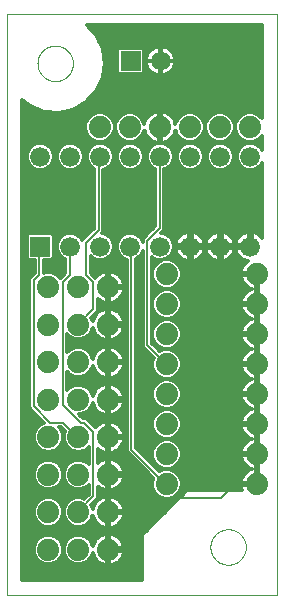
<source format=gbl>
G75*
%MOIN*%
%OFA0B0*%
%FSLAX25Y25*%
%IPPOS*%
%LPD*%
%AMOC8*
5,1,8,0,0,1.08239X$1,22.5*
%
%ADD10C,0.00100*%
%ADD11R,0.06600X0.06600*%
%ADD12C,0.06600*%
%ADD13R,0.06500X0.06500*%
%ADD14C,0.06500*%
%ADD15C,0.07400*%
%ADD16C,0.00000*%
%ADD17C,0.00600*%
%ADD18C,0.01200*%
D10*
X0001050Y0001900D02*
X0001050Y0195601D01*
X0090971Y0195601D01*
X0090971Y0001900D01*
X0001050Y0001900D01*
D11*
X0012100Y0118139D03*
D12*
X0022100Y0118139D03*
X0032100Y0118139D03*
X0042100Y0118139D03*
X0052100Y0118139D03*
X0062100Y0118139D03*
X0072100Y0118139D03*
X0082100Y0118139D03*
X0082100Y0148139D03*
X0072100Y0148139D03*
X0062100Y0148139D03*
X0052100Y0148139D03*
X0042100Y0148139D03*
X0032100Y0148139D03*
X0022100Y0148139D03*
X0012100Y0148139D03*
D13*
X0042274Y0180025D03*
D14*
X0052274Y0180025D03*
D15*
X0052049Y0157978D03*
X0042049Y0157978D03*
X0032049Y0157978D03*
X0054370Y0108979D03*
X0054370Y0098979D03*
X0054370Y0088979D03*
X0054370Y0078979D03*
X0054370Y0068979D03*
X0054370Y0058979D03*
X0054370Y0048979D03*
X0054370Y0038979D03*
X0034826Y0042132D03*
X0034826Y0054632D03*
X0034826Y0067132D03*
X0034826Y0079632D03*
X0034826Y0092132D03*
X0034826Y0104632D03*
X0024826Y0104632D03*
X0024826Y0092132D03*
X0024826Y0079632D03*
X0024826Y0067132D03*
X0024826Y0054632D03*
X0024826Y0042132D03*
X0024826Y0029632D03*
X0024826Y0017132D03*
X0034826Y0017132D03*
X0034826Y0029632D03*
X0014826Y0029632D03*
X0014826Y0042132D03*
X0014826Y0054632D03*
X0014826Y0067132D03*
X0014826Y0079632D03*
X0014826Y0092132D03*
X0014826Y0104632D03*
X0014826Y0017132D03*
X0062049Y0157978D03*
X0072049Y0157978D03*
X0082049Y0157978D03*
X0084370Y0108979D03*
X0084370Y0098979D03*
X0084370Y0088979D03*
X0084370Y0078979D03*
X0084370Y0068979D03*
X0084370Y0058979D03*
X0084370Y0048979D03*
X0084370Y0038979D03*
D16*
X0068868Y0018000D02*
X0068870Y0018153D01*
X0068876Y0018307D01*
X0068886Y0018460D01*
X0068900Y0018612D01*
X0068918Y0018765D01*
X0068940Y0018916D01*
X0068965Y0019067D01*
X0068995Y0019218D01*
X0069029Y0019368D01*
X0069066Y0019516D01*
X0069107Y0019664D01*
X0069152Y0019810D01*
X0069201Y0019956D01*
X0069254Y0020100D01*
X0069310Y0020242D01*
X0069370Y0020383D01*
X0069434Y0020523D01*
X0069501Y0020661D01*
X0069572Y0020797D01*
X0069647Y0020931D01*
X0069724Y0021063D01*
X0069806Y0021193D01*
X0069890Y0021321D01*
X0069978Y0021447D01*
X0070069Y0021570D01*
X0070163Y0021691D01*
X0070261Y0021809D01*
X0070361Y0021925D01*
X0070465Y0022038D01*
X0070571Y0022149D01*
X0070680Y0022257D01*
X0070792Y0022362D01*
X0070906Y0022463D01*
X0071024Y0022562D01*
X0071143Y0022658D01*
X0071265Y0022751D01*
X0071390Y0022840D01*
X0071517Y0022927D01*
X0071646Y0023009D01*
X0071777Y0023089D01*
X0071910Y0023165D01*
X0072045Y0023238D01*
X0072182Y0023307D01*
X0072321Y0023372D01*
X0072461Y0023434D01*
X0072603Y0023492D01*
X0072746Y0023547D01*
X0072891Y0023598D01*
X0073037Y0023645D01*
X0073184Y0023688D01*
X0073332Y0023727D01*
X0073481Y0023763D01*
X0073631Y0023794D01*
X0073782Y0023822D01*
X0073933Y0023846D01*
X0074086Y0023866D01*
X0074238Y0023882D01*
X0074391Y0023894D01*
X0074544Y0023902D01*
X0074697Y0023906D01*
X0074851Y0023906D01*
X0075004Y0023902D01*
X0075157Y0023894D01*
X0075310Y0023882D01*
X0075462Y0023866D01*
X0075615Y0023846D01*
X0075766Y0023822D01*
X0075917Y0023794D01*
X0076067Y0023763D01*
X0076216Y0023727D01*
X0076364Y0023688D01*
X0076511Y0023645D01*
X0076657Y0023598D01*
X0076802Y0023547D01*
X0076945Y0023492D01*
X0077087Y0023434D01*
X0077227Y0023372D01*
X0077366Y0023307D01*
X0077503Y0023238D01*
X0077638Y0023165D01*
X0077771Y0023089D01*
X0077902Y0023009D01*
X0078031Y0022927D01*
X0078158Y0022840D01*
X0078283Y0022751D01*
X0078405Y0022658D01*
X0078524Y0022562D01*
X0078642Y0022463D01*
X0078756Y0022362D01*
X0078868Y0022257D01*
X0078977Y0022149D01*
X0079083Y0022038D01*
X0079187Y0021925D01*
X0079287Y0021809D01*
X0079385Y0021691D01*
X0079479Y0021570D01*
X0079570Y0021447D01*
X0079658Y0021321D01*
X0079742Y0021193D01*
X0079824Y0021063D01*
X0079901Y0020931D01*
X0079976Y0020797D01*
X0080047Y0020661D01*
X0080114Y0020523D01*
X0080178Y0020383D01*
X0080238Y0020242D01*
X0080294Y0020100D01*
X0080347Y0019956D01*
X0080396Y0019810D01*
X0080441Y0019664D01*
X0080482Y0019516D01*
X0080519Y0019368D01*
X0080553Y0019218D01*
X0080583Y0019067D01*
X0080608Y0018916D01*
X0080630Y0018765D01*
X0080648Y0018612D01*
X0080662Y0018460D01*
X0080672Y0018307D01*
X0080678Y0018153D01*
X0080680Y0018000D01*
X0080678Y0017847D01*
X0080672Y0017693D01*
X0080662Y0017540D01*
X0080648Y0017388D01*
X0080630Y0017235D01*
X0080608Y0017084D01*
X0080583Y0016933D01*
X0080553Y0016782D01*
X0080519Y0016632D01*
X0080482Y0016484D01*
X0080441Y0016336D01*
X0080396Y0016190D01*
X0080347Y0016044D01*
X0080294Y0015900D01*
X0080238Y0015758D01*
X0080178Y0015617D01*
X0080114Y0015477D01*
X0080047Y0015339D01*
X0079976Y0015203D01*
X0079901Y0015069D01*
X0079824Y0014937D01*
X0079742Y0014807D01*
X0079658Y0014679D01*
X0079570Y0014553D01*
X0079479Y0014430D01*
X0079385Y0014309D01*
X0079287Y0014191D01*
X0079187Y0014075D01*
X0079083Y0013962D01*
X0078977Y0013851D01*
X0078868Y0013743D01*
X0078756Y0013638D01*
X0078642Y0013537D01*
X0078524Y0013438D01*
X0078405Y0013342D01*
X0078283Y0013249D01*
X0078158Y0013160D01*
X0078031Y0013073D01*
X0077902Y0012991D01*
X0077771Y0012911D01*
X0077638Y0012835D01*
X0077503Y0012762D01*
X0077366Y0012693D01*
X0077227Y0012628D01*
X0077087Y0012566D01*
X0076945Y0012508D01*
X0076802Y0012453D01*
X0076657Y0012402D01*
X0076511Y0012355D01*
X0076364Y0012312D01*
X0076216Y0012273D01*
X0076067Y0012237D01*
X0075917Y0012206D01*
X0075766Y0012178D01*
X0075615Y0012154D01*
X0075462Y0012134D01*
X0075310Y0012118D01*
X0075157Y0012106D01*
X0075004Y0012098D01*
X0074851Y0012094D01*
X0074697Y0012094D01*
X0074544Y0012098D01*
X0074391Y0012106D01*
X0074238Y0012118D01*
X0074086Y0012134D01*
X0073933Y0012154D01*
X0073782Y0012178D01*
X0073631Y0012206D01*
X0073481Y0012237D01*
X0073332Y0012273D01*
X0073184Y0012312D01*
X0073037Y0012355D01*
X0072891Y0012402D01*
X0072746Y0012453D01*
X0072603Y0012508D01*
X0072461Y0012566D01*
X0072321Y0012628D01*
X0072182Y0012693D01*
X0072045Y0012762D01*
X0071910Y0012835D01*
X0071777Y0012911D01*
X0071646Y0012991D01*
X0071517Y0013073D01*
X0071390Y0013160D01*
X0071265Y0013249D01*
X0071143Y0013342D01*
X0071024Y0013438D01*
X0070906Y0013537D01*
X0070792Y0013638D01*
X0070680Y0013743D01*
X0070571Y0013851D01*
X0070465Y0013962D01*
X0070361Y0014075D01*
X0070261Y0014191D01*
X0070163Y0014309D01*
X0070069Y0014430D01*
X0069978Y0014553D01*
X0069890Y0014679D01*
X0069806Y0014807D01*
X0069724Y0014937D01*
X0069647Y0015069D01*
X0069572Y0015203D01*
X0069501Y0015339D01*
X0069434Y0015477D01*
X0069370Y0015617D01*
X0069310Y0015758D01*
X0069254Y0015900D01*
X0069201Y0016044D01*
X0069152Y0016190D01*
X0069107Y0016336D01*
X0069066Y0016484D01*
X0069029Y0016632D01*
X0068995Y0016782D01*
X0068965Y0016933D01*
X0068940Y0017084D01*
X0068918Y0017235D01*
X0068900Y0017388D01*
X0068886Y0017540D01*
X0068876Y0017693D01*
X0068870Y0017847D01*
X0068868Y0018000D01*
X0011245Y0179225D02*
X0011247Y0179378D01*
X0011253Y0179532D01*
X0011263Y0179685D01*
X0011277Y0179837D01*
X0011295Y0179990D01*
X0011317Y0180141D01*
X0011342Y0180292D01*
X0011372Y0180443D01*
X0011406Y0180593D01*
X0011443Y0180741D01*
X0011484Y0180889D01*
X0011529Y0181035D01*
X0011578Y0181181D01*
X0011631Y0181325D01*
X0011687Y0181467D01*
X0011747Y0181608D01*
X0011811Y0181748D01*
X0011878Y0181886D01*
X0011949Y0182022D01*
X0012024Y0182156D01*
X0012101Y0182288D01*
X0012183Y0182418D01*
X0012267Y0182546D01*
X0012355Y0182672D01*
X0012446Y0182795D01*
X0012540Y0182916D01*
X0012638Y0183034D01*
X0012738Y0183150D01*
X0012842Y0183263D01*
X0012948Y0183374D01*
X0013057Y0183482D01*
X0013169Y0183587D01*
X0013283Y0183688D01*
X0013401Y0183787D01*
X0013520Y0183883D01*
X0013642Y0183976D01*
X0013767Y0184065D01*
X0013894Y0184152D01*
X0014023Y0184234D01*
X0014154Y0184314D01*
X0014287Y0184390D01*
X0014422Y0184463D01*
X0014559Y0184532D01*
X0014698Y0184597D01*
X0014838Y0184659D01*
X0014980Y0184717D01*
X0015123Y0184772D01*
X0015268Y0184823D01*
X0015414Y0184870D01*
X0015561Y0184913D01*
X0015709Y0184952D01*
X0015858Y0184988D01*
X0016008Y0185019D01*
X0016159Y0185047D01*
X0016310Y0185071D01*
X0016463Y0185091D01*
X0016615Y0185107D01*
X0016768Y0185119D01*
X0016921Y0185127D01*
X0017074Y0185131D01*
X0017228Y0185131D01*
X0017381Y0185127D01*
X0017534Y0185119D01*
X0017687Y0185107D01*
X0017839Y0185091D01*
X0017992Y0185071D01*
X0018143Y0185047D01*
X0018294Y0185019D01*
X0018444Y0184988D01*
X0018593Y0184952D01*
X0018741Y0184913D01*
X0018888Y0184870D01*
X0019034Y0184823D01*
X0019179Y0184772D01*
X0019322Y0184717D01*
X0019464Y0184659D01*
X0019604Y0184597D01*
X0019743Y0184532D01*
X0019880Y0184463D01*
X0020015Y0184390D01*
X0020148Y0184314D01*
X0020279Y0184234D01*
X0020408Y0184152D01*
X0020535Y0184065D01*
X0020660Y0183976D01*
X0020782Y0183883D01*
X0020901Y0183787D01*
X0021019Y0183688D01*
X0021133Y0183587D01*
X0021245Y0183482D01*
X0021354Y0183374D01*
X0021460Y0183263D01*
X0021564Y0183150D01*
X0021664Y0183034D01*
X0021762Y0182916D01*
X0021856Y0182795D01*
X0021947Y0182672D01*
X0022035Y0182546D01*
X0022119Y0182418D01*
X0022201Y0182288D01*
X0022278Y0182156D01*
X0022353Y0182022D01*
X0022424Y0181886D01*
X0022491Y0181748D01*
X0022555Y0181608D01*
X0022615Y0181467D01*
X0022671Y0181325D01*
X0022724Y0181181D01*
X0022773Y0181035D01*
X0022818Y0180889D01*
X0022859Y0180741D01*
X0022896Y0180593D01*
X0022930Y0180443D01*
X0022960Y0180292D01*
X0022985Y0180141D01*
X0023007Y0179990D01*
X0023025Y0179837D01*
X0023039Y0179685D01*
X0023049Y0179532D01*
X0023055Y0179378D01*
X0023057Y0179225D01*
X0023055Y0179072D01*
X0023049Y0178918D01*
X0023039Y0178765D01*
X0023025Y0178613D01*
X0023007Y0178460D01*
X0022985Y0178309D01*
X0022960Y0178158D01*
X0022930Y0178007D01*
X0022896Y0177857D01*
X0022859Y0177709D01*
X0022818Y0177561D01*
X0022773Y0177415D01*
X0022724Y0177269D01*
X0022671Y0177125D01*
X0022615Y0176983D01*
X0022555Y0176842D01*
X0022491Y0176702D01*
X0022424Y0176564D01*
X0022353Y0176428D01*
X0022278Y0176294D01*
X0022201Y0176162D01*
X0022119Y0176032D01*
X0022035Y0175904D01*
X0021947Y0175778D01*
X0021856Y0175655D01*
X0021762Y0175534D01*
X0021664Y0175416D01*
X0021564Y0175300D01*
X0021460Y0175187D01*
X0021354Y0175076D01*
X0021245Y0174968D01*
X0021133Y0174863D01*
X0021019Y0174762D01*
X0020901Y0174663D01*
X0020782Y0174567D01*
X0020660Y0174474D01*
X0020535Y0174385D01*
X0020408Y0174298D01*
X0020279Y0174216D01*
X0020148Y0174136D01*
X0020015Y0174060D01*
X0019880Y0173987D01*
X0019743Y0173918D01*
X0019604Y0173853D01*
X0019464Y0173791D01*
X0019322Y0173733D01*
X0019179Y0173678D01*
X0019034Y0173627D01*
X0018888Y0173580D01*
X0018741Y0173537D01*
X0018593Y0173498D01*
X0018444Y0173462D01*
X0018294Y0173431D01*
X0018143Y0173403D01*
X0017992Y0173379D01*
X0017839Y0173359D01*
X0017687Y0173343D01*
X0017534Y0173331D01*
X0017381Y0173323D01*
X0017228Y0173319D01*
X0017074Y0173319D01*
X0016921Y0173323D01*
X0016768Y0173331D01*
X0016615Y0173343D01*
X0016463Y0173359D01*
X0016310Y0173379D01*
X0016159Y0173403D01*
X0016008Y0173431D01*
X0015858Y0173462D01*
X0015709Y0173498D01*
X0015561Y0173537D01*
X0015414Y0173580D01*
X0015268Y0173627D01*
X0015123Y0173678D01*
X0014980Y0173733D01*
X0014838Y0173791D01*
X0014698Y0173853D01*
X0014559Y0173918D01*
X0014422Y0173987D01*
X0014287Y0174060D01*
X0014154Y0174136D01*
X0014023Y0174216D01*
X0013894Y0174298D01*
X0013767Y0174385D01*
X0013642Y0174474D01*
X0013520Y0174567D01*
X0013401Y0174663D01*
X0013283Y0174762D01*
X0013169Y0174863D01*
X0013057Y0174968D01*
X0012948Y0175076D01*
X0012842Y0175187D01*
X0012738Y0175300D01*
X0012638Y0175416D01*
X0012540Y0175534D01*
X0012446Y0175655D01*
X0012355Y0175778D01*
X0012267Y0175904D01*
X0012183Y0176032D01*
X0012101Y0176162D01*
X0012024Y0176294D01*
X0011949Y0176428D01*
X0011878Y0176564D01*
X0011811Y0176702D01*
X0011747Y0176842D01*
X0011687Y0176983D01*
X0011631Y0177125D01*
X0011578Y0177269D01*
X0011529Y0177415D01*
X0011484Y0177561D01*
X0011443Y0177709D01*
X0011406Y0177857D01*
X0011372Y0178007D01*
X0011342Y0178158D01*
X0011317Y0178309D01*
X0011295Y0178460D01*
X0011277Y0178613D01*
X0011263Y0178765D01*
X0011253Y0178918D01*
X0011247Y0179072D01*
X0011245Y0179225D01*
D17*
X0032100Y0148139D02*
X0031650Y0147700D01*
X0031650Y0123700D01*
X0027450Y0119500D01*
X0027450Y0108700D01*
X0029850Y0106300D01*
X0029850Y0097300D01*
X0025050Y0092500D01*
X0024826Y0092132D01*
X0019650Y0106300D02*
X0019650Y0065500D01*
X0025650Y0059500D01*
X0026850Y0059500D01*
X0029850Y0056500D01*
X0029850Y0034900D01*
X0025050Y0030100D01*
X0024826Y0029632D01*
X0034826Y0029632D02*
X0035250Y0030100D01*
X0035250Y0034300D01*
X0072450Y0034300D01*
X0076650Y0038500D01*
X0083850Y0038500D01*
X0084370Y0038979D01*
X0054370Y0038979D02*
X0053850Y0039100D01*
X0042450Y0050500D01*
X0042450Y0117700D01*
X0042100Y0118139D01*
X0047850Y0120100D02*
X0047850Y0085300D01*
X0053850Y0079300D01*
X0054370Y0078979D01*
X0035250Y0079300D02*
X0035250Y0067300D01*
X0034826Y0067132D01*
X0035250Y0066700D01*
X0035250Y0054700D01*
X0034826Y0054632D01*
X0035250Y0054100D01*
X0035250Y0042700D01*
X0034826Y0042132D01*
X0035250Y0042100D01*
X0035250Y0034300D01*
X0034826Y0029632D02*
X0035250Y0029500D01*
X0035250Y0017500D01*
X0034826Y0017132D01*
X0024826Y0054632D02*
X0024450Y0054700D01*
X0019650Y0059500D01*
X0015450Y0059500D01*
X0010050Y0064900D01*
X0010050Y0106900D01*
X0011850Y0108700D01*
X0011850Y0117700D01*
X0012100Y0118139D01*
X0022050Y0108700D02*
X0019650Y0106300D01*
X0022050Y0108700D02*
X0022050Y0117700D01*
X0022100Y0118139D01*
X0034826Y0104632D02*
X0035250Y0104500D01*
X0035250Y0092500D01*
X0034826Y0092132D01*
X0035250Y0091900D01*
X0035250Y0079900D01*
X0034826Y0079632D01*
X0035250Y0079300D01*
X0047850Y0120100D02*
X0052050Y0124300D01*
X0052050Y0147700D01*
X0052100Y0148139D01*
D18*
X0050550Y0143910D02*
X0050550Y0124921D01*
X0047229Y0121600D01*
X0046350Y0120721D01*
X0046350Y0119637D01*
X0045915Y0120688D01*
X0044649Y0121954D01*
X0042995Y0122639D01*
X0041205Y0122639D01*
X0039551Y0121954D01*
X0038285Y0120688D01*
X0037600Y0119034D01*
X0037600Y0117244D01*
X0038285Y0115590D01*
X0039551Y0114324D01*
X0040950Y0113744D01*
X0040950Y0049878D01*
X0049881Y0040947D01*
X0049470Y0039954D01*
X0049470Y0038005D01*
X0050216Y0036204D01*
X0051595Y0034825D01*
X0053396Y0034079D01*
X0055345Y0034079D01*
X0057146Y0034825D01*
X0058524Y0036204D01*
X0059270Y0038005D01*
X0059270Y0039954D01*
X0058524Y0041755D01*
X0057146Y0043133D01*
X0055345Y0043879D01*
X0053396Y0043879D01*
X0051837Y0043234D01*
X0043950Y0051121D01*
X0043950Y0114034D01*
X0044649Y0114324D01*
X0045915Y0115590D01*
X0046350Y0116641D01*
X0046350Y0084678D01*
X0049940Y0081088D01*
X0049470Y0079954D01*
X0049470Y0078005D01*
X0050216Y0076204D01*
X0051595Y0074825D01*
X0053396Y0074079D01*
X0055345Y0074079D01*
X0057146Y0074825D01*
X0058524Y0076204D01*
X0059270Y0078005D01*
X0059270Y0079954D01*
X0058524Y0081755D01*
X0057146Y0083133D01*
X0055345Y0083879D01*
X0053396Y0083879D01*
X0051979Y0083292D01*
X0049350Y0085921D01*
X0049350Y0114525D01*
X0049551Y0114324D01*
X0051205Y0113639D01*
X0052815Y0113639D01*
X0051595Y0113133D01*
X0050216Y0111755D01*
X0049470Y0109954D01*
X0049470Y0108005D01*
X0050216Y0106204D01*
X0051595Y0104825D01*
X0053396Y0104079D01*
X0055345Y0104079D01*
X0057146Y0104825D01*
X0058524Y0106204D01*
X0059270Y0108005D01*
X0059270Y0109954D01*
X0058524Y0111755D01*
X0057146Y0113133D01*
X0055345Y0113879D01*
X0053576Y0113879D01*
X0054649Y0114324D01*
X0055915Y0115590D01*
X0056600Y0117244D01*
X0056600Y0119034D01*
X0055915Y0120688D01*
X0054649Y0121954D01*
X0052995Y0122639D01*
X0052510Y0122639D01*
X0053550Y0123678D01*
X0053550Y0143869D01*
X0054649Y0144324D01*
X0055915Y0145590D01*
X0056600Y0147244D01*
X0056600Y0149034D01*
X0055915Y0150688D01*
X0054649Y0151954D01*
X0052995Y0152639D01*
X0051205Y0152639D01*
X0049551Y0151954D01*
X0048285Y0150688D01*
X0047600Y0149034D01*
X0047600Y0147244D01*
X0048285Y0145590D01*
X0049551Y0144324D01*
X0050550Y0143910D01*
X0050550Y0143324D02*
X0033150Y0143324D01*
X0033150Y0143703D02*
X0034649Y0144324D01*
X0035915Y0145590D01*
X0036600Y0147244D01*
X0036600Y0149034D01*
X0035915Y0150688D01*
X0034649Y0151954D01*
X0032995Y0152639D01*
X0031205Y0152639D01*
X0029551Y0151954D01*
X0028285Y0150688D01*
X0027600Y0149034D01*
X0027600Y0147244D01*
X0028285Y0145590D01*
X0029551Y0144324D01*
X0030150Y0144076D01*
X0030150Y0124321D01*
X0026829Y0121000D01*
X0026091Y0120262D01*
X0025915Y0120688D01*
X0024649Y0121954D01*
X0022995Y0122639D01*
X0021205Y0122639D01*
X0019551Y0121954D01*
X0018285Y0120688D01*
X0017600Y0119034D01*
X0017600Y0117244D01*
X0018285Y0115590D01*
X0019551Y0114324D01*
X0020550Y0113910D01*
X0020550Y0109321D01*
X0019029Y0107800D01*
X0018808Y0107579D01*
X0017601Y0108786D01*
X0015801Y0109532D01*
X0013851Y0109532D01*
X0013350Y0109324D01*
X0013350Y0113639D01*
X0015897Y0113639D01*
X0016600Y0114342D01*
X0016600Y0121936D01*
X0015897Y0122639D01*
X0008303Y0122639D01*
X0007600Y0121936D01*
X0007600Y0114342D01*
X0008303Y0113639D01*
X0010350Y0113639D01*
X0010350Y0109321D01*
X0009429Y0108400D01*
X0008550Y0107521D01*
X0008550Y0064278D01*
X0013459Y0059369D01*
X0012050Y0058786D01*
X0010672Y0057407D01*
X0009926Y0055606D01*
X0009926Y0053657D01*
X0010672Y0051856D01*
X0012050Y0050478D01*
X0013851Y0049732D01*
X0015801Y0049732D01*
X0017601Y0050478D01*
X0018980Y0051856D01*
X0019726Y0053657D01*
X0019726Y0055606D01*
X0018980Y0057407D01*
X0018387Y0058000D01*
X0019029Y0058000D01*
X0020364Y0056664D01*
X0019926Y0055606D01*
X0019926Y0053657D01*
X0020672Y0051856D01*
X0022050Y0050478D01*
X0023851Y0049732D01*
X0025801Y0049732D01*
X0027601Y0050478D01*
X0028350Y0051226D01*
X0028350Y0045537D01*
X0027601Y0046286D01*
X0025801Y0047032D01*
X0023851Y0047032D01*
X0022050Y0046286D01*
X0020672Y0044907D01*
X0019926Y0043106D01*
X0019926Y0041157D01*
X0020672Y0039356D01*
X0022050Y0037978D01*
X0023851Y0037232D01*
X0025801Y0037232D01*
X0027601Y0037978D01*
X0028350Y0038726D01*
X0028350Y0035521D01*
X0026904Y0034075D01*
X0025801Y0034532D01*
X0023851Y0034532D01*
X0022050Y0033786D01*
X0020672Y0032407D01*
X0019926Y0030606D01*
X0019926Y0028657D01*
X0020672Y0026856D01*
X0022050Y0025478D01*
X0023851Y0024732D01*
X0025801Y0024732D01*
X0027601Y0025478D01*
X0028980Y0026856D01*
X0029645Y0028462D01*
X0029656Y0028391D01*
X0029914Y0027597D01*
X0030293Y0026854D01*
X0030783Y0026179D01*
X0031373Y0025589D01*
X0032048Y0025099D01*
X0032791Y0024720D01*
X0033585Y0024462D01*
X0034409Y0024332D01*
X0034426Y0024332D01*
X0034426Y0029232D01*
X0035226Y0029232D01*
X0035226Y0030032D01*
X0034426Y0030032D01*
X0034426Y0034932D01*
X0034409Y0034932D01*
X0033585Y0034801D01*
X0032791Y0034543D01*
X0032048Y0034165D01*
X0031373Y0033674D01*
X0030783Y0033084D01*
X0030293Y0032410D01*
X0029914Y0031666D01*
X0029656Y0030873D01*
X0029645Y0030801D01*
X0029126Y0032054D01*
X0031350Y0034278D01*
X0031350Y0038112D01*
X0031373Y0038089D01*
X0032048Y0037599D01*
X0032791Y0037220D01*
X0033585Y0036962D01*
X0034409Y0036832D01*
X0034426Y0036832D01*
X0034426Y0041732D01*
X0035226Y0041732D01*
X0035226Y0042532D01*
X0034426Y0042532D01*
X0034426Y0047432D01*
X0034409Y0047432D01*
X0033585Y0047301D01*
X0032791Y0047043D01*
X0032048Y0046665D01*
X0031373Y0046174D01*
X0031350Y0046151D01*
X0031350Y0050612D01*
X0031373Y0050589D01*
X0032048Y0050099D01*
X0032791Y0049720D01*
X0033585Y0049462D01*
X0034409Y0049332D01*
X0034426Y0049332D01*
X0034426Y0054232D01*
X0035226Y0054232D01*
X0035226Y0055032D01*
X0034426Y0055032D01*
X0034426Y0059932D01*
X0034409Y0059932D01*
X0033585Y0059801D01*
X0032791Y0059543D01*
X0032048Y0059165D01*
X0031373Y0058674D01*
X0030783Y0058084D01*
X0030616Y0057855D01*
X0030471Y0058000D01*
X0027471Y0061000D01*
X0026271Y0061000D01*
X0025039Y0062232D01*
X0025801Y0062232D01*
X0027601Y0062978D01*
X0028980Y0064356D01*
X0029645Y0065962D01*
X0029656Y0065891D01*
X0029914Y0065097D01*
X0030293Y0064354D01*
X0030783Y0063679D01*
X0031373Y0063089D01*
X0032048Y0062599D01*
X0032791Y0062220D01*
X0033585Y0061962D01*
X0034409Y0061832D01*
X0034426Y0061832D01*
X0034426Y0066732D01*
X0035226Y0066732D01*
X0035226Y0067532D01*
X0034426Y0067532D01*
X0034426Y0072432D01*
X0034409Y0072432D01*
X0033585Y0072301D01*
X0032791Y0072043D01*
X0032048Y0071665D01*
X0031373Y0071174D01*
X0030783Y0070584D01*
X0030293Y0069910D01*
X0029914Y0069166D01*
X0029656Y0068373D01*
X0029645Y0068301D01*
X0028980Y0069907D01*
X0027601Y0071286D01*
X0025801Y0072032D01*
X0023851Y0072032D01*
X0022050Y0071286D01*
X0021150Y0070385D01*
X0021150Y0076378D01*
X0022050Y0075478D01*
X0023851Y0074732D01*
X0025801Y0074732D01*
X0027601Y0075478D01*
X0028980Y0076856D01*
X0029645Y0078462D01*
X0029656Y0078391D01*
X0029914Y0077597D01*
X0030293Y0076854D01*
X0030783Y0076179D01*
X0031373Y0075589D01*
X0032048Y0075099D01*
X0032791Y0074720D01*
X0033585Y0074462D01*
X0034409Y0074332D01*
X0034426Y0074332D01*
X0034426Y0079232D01*
X0035226Y0079232D01*
X0035226Y0080032D01*
X0034426Y0080032D01*
X0034426Y0084932D01*
X0034409Y0084932D01*
X0033585Y0084801D01*
X0032791Y0084543D01*
X0032048Y0084165D01*
X0031373Y0083674D01*
X0030783Y0083084D01*
X0030293Y0082410D01*
X0029914Y0081666D01*
X0029656Y0080873D01*
X0029645Y0080801D01*
X0028980Y0082407D01*
X0027601Y0083786D01*
X0025801Y0084532D01*
X0023851Y0084532D01*
X0022050Y0083786D01*
X0021150Y0082885D01*
X0021150Y0088878D01*
X0022050Y0087978D01*
X0023851Y0087232D01*
X0025801Y0087232D01*
X0027601Y0087978D01*
X0028980Y0089356D01*
X0029645Y0090962D01*
X0029656Y0090891D01*
X0029914Y0090097D01*
X0030293Y0089354D01*
X0030783Y0088679D01*
X0031373Y0088089D01*
X0032048Y0087599D01*
X0032791Y0087220D01*
X0033585Y0086962D01*
X0034409Y0086832D01*
X0034426Y0086832D01*
X0034426Y0091732D01*
X0035226Y0091732D01*
X0035226Y0092532D01*
X0034426Y0092532D01*
X0034426Y0097432D01*
X0034409Y0097432D01*
X0033585Y0097301D01*
X0032791Y0097043D01*
X0032048Y0096665D01*
X0031373Y0096174D01*
X0030783Y0095584D01*
X0030293Y0094910D01*
X0029914Y0094166D01*
X0029656Y0093373D01*
X0029645Y0093301D01*
X0029155Y0094484D01*
X0031350Y0096678D01*
X0031350Y0100612D01*
X0031373Y0100589D01*
X0032048Y0100099D01*
X0032791Y0099720D01*
X0033585Y0099462D01*
X0034409Y0099332D01*
X0034426Y0099332D01*
X0034426Y0104232D01*
X0035226Y0104232D01*
X0035226Y0105032D01*
X0034426Y0105032D01*
X0034426Y0109932D01*
X0034409Y0109932D01*
X0033585Y0109801D01*
X0032791Y0109543D01*
X0032048Y0109165D01*
X0031373Y0108674D01*
X0030783Y0108084D01*
X0030532Y0107739D01*
X0030471Y0107800D01*
X0028950Y0109321D01*
X0028950Y0114925D01*
X0029551Y0114324D01*
X0031205Y0113639D01*
X0032995Y0113639D01*
X0034649Y0114324D01*
X0035915Y0115590D01*
X0036600Y0117244D01*
X0036600Y0119034D01*
X0035915Y0120688D01*
X0034649Y0121954D01*
X0032995Y0122639D01*
X0032710Y0122639D01*
X0033150Y0123078D01*
X0033150Y0143703D01*
X0033150Y0142126D02*
X0050550Y0142126D01*
X0050550Y0140927D02*
X0033150Y0140927D01*
X0033150Y0139729D02*
X0050550Y0139729D01*
X0050550Y0138530D02*
X0033150Y0138530D01*
X0033150Y0137332D02*
X0050550Y0137332D01*
X0050550Y0136133D02*
X0033150Y0136133D01*
X0033150Y0134935D02*
X0050550Y0134935D01*
X0050550Y0133736D02*
X0033150Y0133736D01*
X0033150Y0132537D02*
X0050550Y0132537D01*
X0050550Y0131339D02*
X0033150Y0131339D01*
X0033150Y0130140D02*
X0050550Y0130140D01*
X0050550Y0128942D02*
X0033150Y0128942D01*
X0033150Y0127743D02*
X0050550Y0127743D01*
X0050550Y0126545D02*
X0033150Y0126545D01*
X0033150Y0125346D02*
X0050550Y0125346D01*
X0049777Y0124148D02*
X0033150Y0124148D01*
X0033021Y0122949D02*
X0048578Y0122949D01*
X0047380Y0121751D02*
X0044852Y0121751D01*
X0045971Y0120552D02*
X0046350Y0120552D01*
X0046350Y0115758D02*
X0045985Y0115758D01*
X0046350Y0114560D02*
X0044885Y0114560D01*
X0043950Y0113361D02*
X0046350Y0113361D01*
X0046350Y0112163D02*
X0043950Y0112163D01*
X0043950Y0110964D02*
X0046350Y0110964D01*
X0046350Y0109766D02*
X0043950Y0109766D01*
X0043950Y0108567D02*
X0046350Y0108567D01*
X0046350Y0107369D02*
X0043950Y0107369D01*
X0043950Y0106170D02*
X0046350Y0106170D01*
X0046350Y0104972D02*
X0043950Y0104972D01*
X0043950Y0103773D02*
X0046350Y0103773D01*
X0046350Y0102575D02*
X0043950Y0102575D01*
X0043950Y0101376D02*
X0046350Y0101376D01*
X0046350Y0100178D02*
X0043950Y0100178D01*
X0043950Y0098979D02*
X0046350Y0098979D01*
X0046350Y0097781D02*
X0043950Y0097781D01*
X0043950Y0096582D02*
X0046350Y0096582D01*
X0046350Y0095384D02*
X0043950Y0095384D01*
X0043950Y0094185D02*
X0046350Y0094185D01*
X0046350Y0092987D02*
X0043950Y0092987D01*
X0043950Y0091788D02*
X0046350Y0091788D01*
X0046350Y0090590D02*
X0043950Y0090590D01*
X0043950Y0089391D02*
X0046350Y0089391D01*
X0046350Y0088193D02*
X0043950Y0088193D01*
X0043950Y0086994D02*
X0046350Y0086994D01*
X0046350Y0085796D02*
X0043950Y0085796D01*
X0043950Y0084597D02*
X0046431Y0084597D01*
X0047630Y0083399D02*
X0043950Y0083399D01*
X0043950Y0082200D02*
X0048828Y0082200D01*
X0049904Y0081002D02*
X0043950Y0081002D01*
X0043950Y0079803D02*
X0049470Y0079803D01*
X0049470Y0078604D02*
X0043950Y0078604D01*
X0043950Y0077406D02*
X0049718Y0077406D01*
X0050215Y0076207D02*
X0043950Y0076207D01*
X0043950Y0075009D02*
X0051411Y0075009D01*
X0051595Y0073133D02*
X0050216Y0071755D01*
X0049470Y0069954D01*
X0049470Y0068005D01*
X0050216Y0066204D01*
X0051595Y0064825D01*
X0053396Y0064079D01*
X0055345Y0064079D01*
X0057146Y0064825D01*
X0058524Y0066204D01*
X0059270Y0068005D01*
X0059270Y0069954D01*
X0058524Y0071755D01*
X0057146Y0073133D01*
X0055345Y0073879D01*
X0053396Y0073879D01*
X0051595Y0073133D01*
X0051073Y0072612D02*
X0043950Y0072612D01*
X0043950Y0073810D02*
X0053229Y0073810D01*
X0055512Y0073810D02*
X0082177Y0073810D01*
X0082336Y0073891D02*
X0081592Y0073512D01*
X0080918Y0073022D01*
X0080328Y0072432D01*
X0079837Y0071757D01*
X0079459Y0071014D01*
X0079201Y0070221D01*
X0079070Y0069397D01*
X0079070Y0069265D01*
X0084084Y0069265D01*
X0084084Y0068694D01*
X0079070Y0068694D01*
X0079070Y0068562D01*
X0079201Y0067738D01*
X0079459Y0066945D01*
X0079837Y0066202D01*
X0080328Y0065527D01*
X0080918Y0064937D01*
X0081592Y0064446D01*
X0082336Y0064068D01*
X0082608Y0063979D01*
X0082336Y0063891D01*
X0081592Y0063512D01*
X0080918Y0063022D01*
X0080328Y0062432D01*
X0079837Y0061757D01*
X0079459Y0061014D01*
X0079201Y0060221D01*
X0079070Y0059397D01*
X0079070Y0059265D01*
X0084084Y0059265D01*
X0084084Y0058694D01*
X0079070Y0058694D01*
X0079070Y0058562D01*
X0079201Y0057738D01*
X0079459Y0056945D01*
X0079837Y0056202D01*
X0080328Y0055527D01*
X0080918Y0054937D01*
X0081592Y0054446D01*
X0082336Y0054068D01*
X0082608Y0053979D01*
X0082336Y0053891D01*
X0081592Y0053512D01*
X0080918Y0053022D01*
X0080328Y0052432D01*
X0079837Y0051757D01*
X0079459Y0051014D01*
X0079201Y0050221D01*
X0079070Y0049397D01*
X0079070Y0049265D01*
X0084084Y0049265D01*
X0084084Y0048694D01*
X0079070Y0048694D01*
X0079070Y0048562D01*
X0079201Y0047738D01*
X0079459Y0046945D01*
X0079837Y0046202D01*
X0080328Y0045527D01*
X0080918Y0044937D01*
X0081592Y0044446D01*
X0082336Y0044068D01*
X0082608Y0043979D01*
X0082336Y0043891D01*
X0081592Y0043512D01*
X0080918Y0043022D01*
X0080328Y0042432D01*
X0079837Y0041757D01*
X0079459Y0041014D01*
X0079201Y0040221D01*
X0079070Y0039397D01*
X0079070Y0039265D01*
X0084084Y0039265D01*
X0084084Y0038694D01*
X0079070Y0038694D01*
X0079070Y0038562D01*
X0079201Y0037738D01*
X0079459Y0036945D01*
X0079482Y0036900D01*
X0061050Y0036900D01*
X0046050Y0021900D01*
X0046050Y0006900D01*
X0006050Y0006900D01*
X0006050Y0167082D01*
X0008851Y0164849D01*
X0013457Y0163041D01*
X0013457Y0163041D01*
X0018392Y0162671D01*
X0023216Y0163772D01*
X0027501Y0166246D01*
X0030867Y0169874D01*
X0033014Y0174332D01*
X0033751Y0179225D01*
X0033014Y0184118D01*
X0030867Y0188576D01*
X0027782Y0191900D01*
X0086050Y0191900D01*
X0086050Y0160906D01*
X0084824Y0162132D01*
X0083023Y0162878D01*
X0081074Y0162878D01*
X0079273Y0162132D01*
X0077895Y0160753D01*
X0077149Y0158953D01*
X0077149Y0157003D01*
X0077895Y0155202D01*
X0079273Y0153824D01*
X0081074Y0153078D01*
X0083023Y0153078D01*
X0084824Y0153824D01*
X0086050Y0155050D01*
X0086050Y0150361D01*
X0085915Y0150688D01*
X0084649Y0151954D01*
X0082995Y0152639D01*
X0081205Y0152639D01*
X0079551Y0151954D01*
X0078285Y0150688D01*
X0077600Y0149034D01*
X0077600Y0147244D01*
X0078285Y0145590D01*
X0079551Y0144324D01*
X0081205Y0143639D01*
X0082995Y0143639D01*
X0084649Y0144324D01*
X0085915Y0145590D01*
X0086050Y0145916D01*
X0086050Y0121038D01*
X0085837Y0121331D01*
X0085292Y0121876D01*
X0084668Y0122330D01*
X0083981Y0122680D01*
X0083247Y0122918D01*
X0082600Y0123021D01*
X0082600Y0118639D01*
X0081600Y0118639D01*
X0081600Y0123021D01*
X0080952Y0122918D01*
X0080219Y0122680D01*
X0079532Y0122330D01*
X0078908Y0121876D01*
X0078362Y0121331D01*
X0077909Y0120707D01*
X0077559Y0120020D01*
X0077320Y0119286D01*
X0077218Y0118639D01*
X0081600Y0118639D01*
X0081600Y0117639D01*
X0077218Y0117639D01*
X0077320Y0116991D01*
X0077559Y0116258D01*
X0077909Y0115571D01*
X0078362Y0114947D01*
X0078908Y0114401D01*
X0079532Y0113948D01*
X0080219Y0113598D01*
X0080952Y0113360D01*
X0081305Y0113304D01*
X0080918Y0113022D01*
X0080328Y0112432D01*
X0079837Y0111757D01*
X0079459Y0111014D01*
X0079201Y0110221D01*
X0079070Y0109397D01*
X0079070Y0109265D01*
X0084084Y0109265D01*
X0084084Y0108694D01*
X0079070Y0108694D01*
X0079070Y0108562D01*
X0079201Y0107738D01*
X0079459Y0106945D01*
X0079837Y0106202D01*
X0080328Y0105527D01*
X0080918Y0104937D01*
X0081592Y0104446D01*
X0082336Y0104068D01*
X0082608Y0103979D01*
X0082336Y0103891D01*
X0081592Y0103512D01*
X0080918Y0103022D01*
X0080328Y0102432D01*
X0079837Y0101757D01*
X0079459Y0101014D01*
X0079201Y0100221D01*
X0079070Y0099397D01*
X0079070Y0099265D01*
X0084084Y0099265D01*
X0084084Y0098694D01*
X0079070Y0098694D01*
X0079070Y0098562D01*
X0079201Y0097738D01*
X0079459Y0096945D01*
X0079837Y0096202D01*
X0080328Y0095527D01*
X0080918Y0094937D01*
X0081592Y0094446D01*
X0082336Y0094068D01*
X0082608Y0093979D01*
X0082336Y0093891D01*
X0081592Y0093512D01*
X0080918Y0093022D01*
X0080328Y0092432D01*
X0079837Y0091757D01*
X0079459Y0091014D01*
X0079201Y0090221D01*
X0079070Y0089397D01*
X0079070Y0089265D01*
X0084084Y0089265D01*
X0084084Y0088694D01*
X0079070Y0088694D01*
X0079070Y0088562D01*
X0079201Y0087738D01*
X0079459Y0086945D01*
X0079837Y0086202D01*
X0080328Y0085527D01*
X0080918Y0084937D01*
X0081592Y0084446D01*
X0082336Y0084068D01*
X0082608Y0083979D01*
X0082336Y0083891D01*
X0081592Y0083512D01*
X0080918Y0083022D01*
X0080328Y0082432D01*
X0079837Y0081757D01*
X0079459Y0081014D01*
X0079201Y0080221D01*
X0079070Y0079397D01*
X0079070Y0079265D01*
X0084084Y0079265D01*
X0084084Y0078694D01*
X0079070Y0078694D01*
X0079070Y0078562D01*
X0079201Y0077738D01*
X0079459Y0076945D01*
X0079837Y0076202D01*
X0080328Y0075527D01*
X0080918Y0074937D01*
X0081592Y0074446D01*
X0082336Y0074068D01*
X0082608Y0073979D01*
X0082336Y0073891D01*
X0084084Y0073810D02*
X0084656Y0073810D01*
X0084084Y0074279D02*
X0084084Y0069265D01*
X0084656Y0069265D01*
X0084656Y0078694D01*
X0084084Y0078694D01*
X0084084Y0074279D01*
X0084084Y0075009D02*
X0084656Y0075009D01*
X0084656Y0076207D02*
X0084084Y0076207D01*
X0084084Y0077406D02*
X0084656Y0077406D01*
X0084656Y0078604D02*
X0084084Y0078604D01*
X0084084Y0079265D02*
X0084084Y0084279D01*
X0084084Y0088694D01*
X0084656Y0088694D01*
X0084656Y0079265D01*
X0084084Y0079265D01*
X0084084Y0079803D02*
X0084656Y0079803D01*
X0084656Y0081002D02*
X0084084Y0081002D01*
X0084084Y0082200D02*
X0084656Y0082200D01*
X0084656Y0083399D02*
X0084084Y0083399D01*
X0084084Y0084597D02*
X0084656Y0084597D01*
X0084656Y0085796D02*
X0084084Y0085796D01*
X0084084Y0086994D02*
X0084656Y0086994D01*
X0084656Y0088193D02*
X0084084Y0088193D01*
X0084084Y0089265D02*
X0084084Y0093679D01*
X0084084Y0098694D01*
X0084656Y0098694D01*
X0084656Y0089265D01*
X0084084Y0089265D01*
X0084084Y0089391D02*
X0084656Y0089391D01*
X0084656Y0090590D02*
X0084084Y0090590D01*
X0084084Y0091788D02*
X0084656Y0091788D01*
X0084656Y0092987D02*
X0084084Y0092987D01*
X0084084Y0094185D02*
X0084656Y0094185D01*
X0084656Y0095384D02*
X0084084Y0095384D01*
X0084084Y0096582D02*
X0084656Y0096582D01*
X0084656Y0097781D02*
X0084084Y0097781D01*
X0084084Y0098979D02*
X0059270Y0098979D01*
X0059270Y0098005D02*
X0059270Y0099954D01*
X0058524Y0101755D01*
X0057146Y0103133D01*
X0055345Y0103879D01*
X0053396Y0103879D01*
X0051595Y0103133D01*
X0050216Y0101755D01*
X0049470Y0099954D01*
X0049470Y0098005D01*
X0050216Y0096204D01*
X0051595Y0094825D01*
X0053396Y0094079D01*
X0055345Y0094079D01*
X0057146Y0094825D01*
X0058524Y0096204D01*
X0059270Y0098005D01*
X0059177Y0097781D02*
X0079194Y0097781D01*
X0079643Y0096582D02*
X0058681Y0096582D01*
X0057704Y0095384D02*
X0080471Y0095384D01*
X0080882Y0092987D02*
X0057293Y0092987D01*
X0057146Y0093133D02*
X0055345Y0093879D01*
X0053396Y0093879D01*
X0051595Y0093133D01*
X0050216Y0091755D01*
X0049470Y0089954D01*
X0049470Y0088005D01*
X0050216Y0086204D01*
X0051595Y0084825D01*
X0053396Y0084079D01*
X0055345Y0084079D01*
X0057146Y0084825D01*
X0058524Y0086204D01*
X0059270Y0088005D01*
X0059270Y0089954D01*
X0058524Y0091755D01*
X0057146Y0093133D01*
X0058491Y0091788D02*
X0079860Y0091788D01*
X0079321Y0090590D02*
X0059007Y0090590D01*
X0059270Y0089391D02*
X0079070Y0089391D01*
X0079129Y0088193D02*
X0059270Y0088193D01*
X0058852Y0086994D02*
X0079443Y0086994D01*
X0080132Y0085796D02*
X0058116Y0085796D01*
X0056594Y0084597D02*
X0081385Y0084597D01*
X0081436Y0083399D02*
X0056506Y0083399D01*
X0058079Y0082200D02*
X0080159Y0082200D01*
X0079455Y0081002D02*
X0058836Y0081002D01*
X0059270Y0079803D02*
X0079135Y0079803D01*
X0079070Y0078604D02*
X0059270Y0078604D01*
X0059022Y0077406D02*
X0079309Y0077406D01*
X0079834Y0076207D02*
X0058526Y0076207D01*
X0057329Y0075009D02*
X0080845Y0075009D01*
X0080507Y0072612D02*
X0057667Y0072612D01*
X0058666Y0071413D02*
X0079662Y0071413D01*
X0079200Y0070215D02*
X0059162Y0070215D01*
X0059270Y0069016D02*
X0084084Y0069016D01*
X0084084Y0068694D02*
X0084656Y0068694D01*
X0084656Y0059265D01*
X0084084Y0059265D01*
X0084084Y0063679D01*
X0084084Y0068694D01*
X0084084Y0067818D02*
X0084656Y0067818D01*
X0084656Y0066619D02*
X0084084Y0066619D01*
X0084084Y0065421D02*
X0084656Y0065421D01*
X0084656Y0064222D02*
X0084084Y0064222D01*
X0084084Y0063024D02*
X0084656Y0063024D01*
X0084656Y0061825D02*
X0084084Y0061825D01*
X0084084Y0060627D02*
X0084656Y0060627D01*
X0084656Y0059428D02*
X0084084Y0059428D01*
X0084084Y0058694D02*
X0084656Y0058694D01*
X0084656Y0049265D01*
X0084084Y0049265D01*
X0084084Y0054279D01*
X0084084Y0058694D01*
X0084084Y0058230D02*
X0084656Y0058230D01*
X0084656Y0057031D02*
X0084084Y0057031D01*
X0084084Y0055833D02*
X0084656Y0055833D01*
X0084656Y0054634D02*
X0084084Y0054634D01*
X0084084Y0053436D02*
X0084656Y0053436D01*
X0084656Y0052237D02*
X0084084Y0052237D01*
X0084084Y0051039D02*
X0084656Y0051039D01*
X0084656Y0049840D02*
X0084084Y0049840D01*
X0084084Y0048694D02*
X0084656Y0048694D01*
X0084656Y0039265D01*
X0084084Y0039265D01*
X0084084Y0043679D01*
X0084084Y0048694D01*
X0084084Y0048642D02*
X0084656Y0048642D01*
X0084656Y0047443D02*
X0084084Y0047443D01*
X0084084Y0046245D02*
X0084656Y0046245D01*
X0084656Y0045046D02*
X0084084Y0045046D01*
X0084084Y0043848D02*
X0084656Y0043848D01*
X0084656Y0042649D02*
X0084084Y0042649D01*
X0084084Y0041451D02*
X0084656Y0041451D01*
X0084656Y0040252D02*
X0084084Y0040252D01*
X0084084Y0039054D02*
X0059270Y0039054D01*
X0059208Y0037855D02*
X0079182Y0037855D01*
X0079211Y0040252D02*
X0059147Y0040252D01*
X0058650Y0041451D02*
X0079681Y0041451D01*
X0080545Y0042649D02*
X0057630Y0042649D01*
X0057146Y0044825D02*
X0058524Y0046204D01*
X0059270Y0048005D01*
X0059270Y0049954D01*
X0058524Y0051755D01*
X0057146Y0053133D01*
X0055345Y0053879D01*
X0053396Y0053879D01*
X0051595Y0053133D01*
X0050216Y0051755D01*
X0049470Y0049954D01*
X0049470Y0048005D01*
X0050216Y0046204D01*
X0051595Y0044825D01*
X0053396Y0044079D01*
X0055345Y0044079D01*
X0057146Y0044825D01*
X0057367Y0045046D02*
X0080808Y0045046D01*
X0079815Y0046245D02*
X0058541Y0046245D01*
X0059038Y0047443D02*
X0079297Y0047443D01*
X0079070Y0048642D02*
X0059270Y0048642D01*
X0059270Y0049840D02*
X0079141Y0049840D01*
X0079471Y0051039D02*
X0058821Y0051039D01*
X0058042Y0052237D02*
X0080186Y0052237D01*
X0081487Y0053436D02*
X0056416Y0053436D01*
X0056684Y0054634D02*
X0081334Y0054634D01*
X0080105Y0055833D02*
X0058153Y0055833D01*
X0058524Y0056204D02*
X0059270Y0058005D01*
X0059270Y0059954D01*
X0058524Y0061755D01*
X0057146Y0063133D01*
X0055345Y0063879D01*
X0053396Y0063879D01*
X0051595Y0063133D01*
X0050216Y0061755D01*
X0049470Y0059954D01*
X0049470Y0058005D01*
X0050216Y0056204D01*
X0051595Y0054825D01*
X0053396Y0054079D01*
X0055345Y0054079D01*
X0057146Y0054825D01*
X0058524Y0056204D01*
X0058867Y0057031D02*
X0079430Y0057031D01*
X0079123Y0058230D02*
X0059270Y0058230D01*
X0059270Y0059428D02*
X0079075Y0059428D01*
X0079333Y0060627D02*
X0058992Y0060627D01*
X0058454Y0061825D02*
X0079887Y0061825D01*
X0080920Y0063024D02*
X0057256Y0063024D01*
X0057741Y0065421D02*
X0080434Y0065421D01*
X0079624Y0066619D02*
X0058696Y0066619D01*
X0059193Y0067818D02*
X0079188Y0067818D01*
X0082032Y0064222D02*
X0055690Y0064222D01*
X0053051Y0064222D02*
X0043950Y0064222D01*
X0043950Y0063024D02*
X0051485Y0063024D01*
X0050286Y0061825D02*
X0043950Y0061825D01*
X0043950Y0060627D02*
X0049749Y0060627D01*
X0049470Y0059428D02*
X0043950Y0059428D01*
X0043950Y0058230D02*
X0049470Y0058230D01*
X0049873Y0057031D02*
X0043950Y0057031D01*
X0043950Y0055833D02*
X0050587Y0055833D01*
X0052056Y0054634D02*
X0043950Y0054634D01*
X0043950Y0053436D02*
X0052324Y0053436D01*
X0050698Y0052237D02*
X0043950Y0052237D01*
X0044032Y0051039D02*
X0049920Y0051039D01*
X0049470Y0049840D02*
X0045231Y0049840D01*
X0046429Y0048642D02*
X0049470Y0048642D01*
X0049703Y0047443D02*
X0047628Y0047443D01*
X0048826Y0046245D02*
X0050199Y0046245D01*
X0050025Y0045046D02*
X0051374Y0045046D01*
X0051223Y0043848D02*
X0053319Y0043848D01*
X0055422Y0043848D02*
X0082250Y0043848D01*
X0084084Y0070215D02*
X0084656Y0070215D01*
X0084656Y0071413D02*
X0084084Y0071413D01*
X0084084Y0072612D02*
X0084656Y0072612D01*
X0082105Y0094185D02*
X0055600Y0094185D01*
X0053140Y0094185D02*
X0049350Y0094185D01*
X0049350Y0092987D02*
X0051448Y0092987D01*
X0050249Y0091788D02*
X0049350Y0091788D01*
X0049350Y0090590D02*
X0049733Y0090590D01*
X0049470Y0089391D02*
X0049350Y0089391D01*
X0049350Y0088193D02*
X0049470Y0088193D01*
X0049350Y0086994D02*
X0049889Y0086994D01*
X0049476Y0085796D02*
X0050625Y0085796D01*
X0050674Y0084597D02*
X0052146Y0084597D01*
X0052235Y0083399D02*
X0051873Y0083399D01*
X0051036Y0095384D02*
X0049350Y0095384D01*
X0049350Y0096582D02*
X0050060Y0096582D01*
X0049563Y0097781D02*
X0049350Y0097781D01*
X0049350Y0098979D02*
X0049470Y0098979D01*
X0049563Y0100178D02*
X0049350Y0100178D01*
X0049350Y0101376D02*
X0050059Y0101376D01*
X0049350Y0102575D02*
X0051036Y0102575D01*
X0049350Y0103773D02*
X0053139Y0103773D01*
X0051448Y0104972D02*
X0049350Y0104972D01*
X0049350Y0106170D02*
X0050250Y0106170D01*
X0049734Y0107369D02*
X0049350Y0107369D01*
X0049350Y0108567D02*
X0049470Y0108567D01*
X0049470Y0109766D02*
X0049350Y0109766D01*
X0049350Y0110964D02*
X0049889Y0110964D01*
X0049350Y0112163D02*
X0050624Y0112163D01*
X0049350Y0113361D02*
X0052145Y0113361D01*
X0054885Y0114560D02*
X0058749Y0114560D01*
X0058908Y0114401D02*
X0059532Y0113948D01*
X0060219Y0113598D01*
X0060952Y0113360D01*
X0061600Y0113257D01*
X0061600Y0117639D01*
X0062600Y0117639D01*
X0062600Y0118639D01*
X0066982Y0118639D01*
X0066879Y0119286D01*
X0066641Y0120020D01*
X0066291Y0120707D01*
X0065837Y0121331D01*
X0065292Y0121876D01*
X0064668Y0122330D01*
X0063981Y0122680D01*
X0063247Y0122918D01*
X0062600Y0123021D01*
X0062600Y0118639D01*
X0061600Y0118639D01*
X0061600Y0123021D01*
X0060952Y0122918D01*
X0060219Y0122680D01*
X0059532Y0122330D01*
X0058908Y0121876D01*
X0058362Y0121331D01*
X0057909Y0120707D01*
X0057559Y0120020D01*
X0057320Y0119286D01*
X0057218Y0118639D01*
X0061600Y0118639D01*
X0061600Y0117639D01*
X0057218Y0117639D01*
X0057320Y0116991D01*
X0057559Y0116258D01*
X0057909Y0115571D01*
X0058362Y0114947D01*
X0058908Y0114401D01*
X0057813Y0115758D02*
X0055985Y0115758D01*
X0056481Y0116957D02*
X0057332Y0116957D01*
X0056600Y0118155D02*
X0061600Y0118155D01*
X0062600Y0118155D02*
X0071600Y0118155D01*
X0071600Y0118639D02*
X0071600Y0117639D01*
X0072600Y0117639D01*
X0072600Y0118639D01*
X0076982Y0118639D01*
X0076879Y0119286D01*
X0076641Y0120020D01*
X0076291Y0120707D01*
X0075837Y0121331D01*
X0075292Y0121876D01*
X0074668Y0122330D01*
X0073981Y0122680D01*
X0073247Y0122918D01*
X0072600Y0123021D01*
X0072600Y0118639D01*
X0071600Y0118639D01*
X0071600Y0123021D01*
X0070952Y0122918D01*
X0070219Y0122680D01*
X0069532Y0122330D01*
X0068908Y0121876D01*
X0068362Y0121331D01*
X0067909Y0120707D01*
X0067559Y0120020D01*
X0067320Y0119286D01*
X0067218Y0118639D01*
X0071600Y0118639D01*
X0071600Y0119354D02*
X0072600Y0119354D01*
X0072600Y0120552D02*
X0071600Y0120552D01*
X0071600Y0121751D02*
X0072600Y0121751D01*
X0072600Y0122949D02*
X0071600Y0122949D01*
X0071149Y0122949D02*
X0063050Y0122949D01*
X0062600Y0122949D02*
X0061600Y0122949D01*
X0061149Y0122949D02*
X0052821Y0122949D01*
X0053550Y0124148D02*
X0086050Y0124148D01*
X0086050Y0125346D02*
X0053550Y0125346D01*
X0053550Y0126545D02*
X0086050Y0126545D01*
X0086050Y0127743D02*
X0053550Y0127743D01*
X0053550Y0128942D02*
X0086050Y0128942D01*
X0086050Y0130140D02*
X0053550Y0130140D01*
X0053550Y0131339D02*
X0086050Y0131339D01*
X0086050Y0132537D02*
X0053550Y0132537D01*
X0053550Y0133736D02*
X0086050Y0133736D01*
X0086050Y0134935D02*
X0053550Y0134935D01*
X0053550Y0136133D02*
X0086050Y0136133D01*
X0086050Y0137332D02*
X0053550Y0137332D01*
X0053550Y0138530D02*
X0086050Y0138530D01*
X0086050Y0139729D02*
X0053550Y0139729D01*
X0053550Y0140927D02*
X0086050Y0140927D01*
X0086050Y0142126D02*
X0053550Y0142126D01*
X0053550Y0143324D02*
X0086050Y0143324D01*
X0086050Y0144523D02*
X0084848Y0144523D01*
X0085969Y0145721D02*
X0086050Y0145721D01*
X0085986Y0150515D02*
X0086050Y0150515D01*
X0086050Y0151714D02*
X0084889Y0151714D01*
X0086050Y0152912D02*
X0053609Y0152912D01*
X0053290Y0152808D02*
X0054083Y0153066D01*
X0054826Y0153445D01*
X0055501Y0153935D01*
X0056091Y0154525D01*
X0056582Y0155200D01*
X0056960Y0155943D01*
X0057218Y0156737D01*
X0057229Y0156808D01*
X0057895Y0155202D01*
X0059273Y0153824D01*
X0061074Y0153078D01*
X0063023Y0153078D01*
X0064824Y0153824D01*
X0066203Y0155202D01*
X0066949Y0157003D01*
X0066949Y0158953D01*
X0066203Y0160753D01*
X0064824Y0162132D01*
X0063023Y0162878D01*
X0061074Y0162878D01*
X0059273Y0162132D01*
X0057895Y0160753D01*
X0057229Y0159148D01*
X0057218Y0159219D01*
X0056960Y0160012D01*
X0056582Y0160756D01*
X0056091Y0161431D01*
X0055501Y0162020D01*
X0054826Y0162511D01*
X0054083Y0162890D01*
X0053290Y0163147D01*
X0052466Y0163278D01*
X0052449Y0163278D01*
X0052449Y0158378D01*
X0051649Y0158378D01*
X0051649Y0163278D01*
X0051631Y0163278D01*
X0050807Y0163147D01*
X0050014Y0162890D01*
X0049271Y0162511D01*
X0048596Y0162020D01*
X0048006Y0161431D01*
X0047516Y0160756D01*
X0047137Y0160012D01*
X0046879Y0159219D01*
X0046868Y0159148D01*
X0046203Y0160753D01*
X0044824Y0162132D01*
X0043023Y0162878D01*
X0041074Y0162878D01*
X0039273Y0162132D01*
X0037895Y0160753D01*
X0037149Y0158953D01*
X0037149Y0157003D01*
X0037895Y0155202D01*
X0039273Y0153824D01*
X0041074Y0153078D01*
X0043023Y0153078D01*
X0044824Y0153824D01*
X0046203Y0155202D01*
X0046868Y0156808D01*
X0046879Y0156737D01*
X0047137Y0155943D01*
X0047516Y0155200D01*
X0048006Y0154525D01*
X0048596Y0153935D01*
X0049271Y0153445D01*
X0050014Y0153066D01*
X0050807Y0152808D01*
X0051631Y0152678D01*
X0051649Y0152678D01*
X0051649Y0157578D01*
X0052449Y0157578D01*
X0052449Y0152678D01*
X0052466Y0152678D01*
X0053290Y0152808D01*
X0052449Y0152912D02*
X0051649Y0152912D01*
X0050488Y0152912D02*
X0006050Y0152912D01*
X0006050Y0151714D02*
X0009311Y0151714D01*
X0009551Y0151954D02*
X0008285Y0150688D01*
X0007600Y0149034D01*
X0007600Y0147244D01*
X0008285Y0145590D01*
X0009551Y0144324D01*
X0011205Y0143639D01*
X0012995Y0143639D01*
X0014649Y0144324D01*
X0015915Y0145590D01*
X0016600Y0147244D01*
X0016600Y0149034D01*
X0015915Y0150688D01*
X0014649Y0151954D01*
X0012995Y0152639D01*
X0011205Y0152639D01*
X0009551Y0151954D01*
X0008213Y0150515D02*
X0006050Y0150515D01*
X0006050Y0149317D02*
X0007717Y0149317D01*
X0007600Y0148118D02*
X0006050Y0148118D01*
X0006050Y0146920D02*
X0007734Y0146920D01*
X0008231Y0145721D02*
X0006050Y0145721D01*
X0006050Y0144523D02*
X0009352Y0144523D01*
X0006050Y0143324D02*
X0030150Y0143324D01*
X0030150Y0142126D02*
X0006050Y0142126D01*
X0006050Y0140927D02*
X0030150Y0140927D01*
X0030150Y0139729D02*
X0006050Y0139729D01*
X0006050Y0138530D02*
X0030150Y0138530D01*
X0030150Y0137332D02*
X0006050Y0137332D01*
X0006050Y0136133D02*
X0030150Y0136133D01*
X0030150Y0134935D02*
X0006050Y0134935D01*
X0006050Y0133736D02*
X0030150Y0133736D01*
X0030150Y0132537D02*
X0006050Y0132537D01*
X0006050Y0131339D02*
X0030150Y0131339D01*
X0030150Y0130140D02*
X0006050Y0130140D01*
X0006050Y0128942D02*
X0030150Y0128942D01*
X0030150Y0127743D02*
X0006050Y0127743D01*
X0006050Y0126545D02*
X0030150Y0126545D01*
X0030150Y0125346D02*
X0006050Y0125346D01*
X0006050Y0124148D02*
X0029977Y0124148D01*
X0028778Y0122949D02*
X0006050Y0122949D01*
X0006050Y0121751D02*
X0007600Y0121751D01*
X0007600Y0120552D02*
X0006050Y0120552D01*
X0006050Y0119354D02*
X0007600Y0119354D01*
X0007600Y0118155D02*
X0006050Y0118155D01*
X0006050Y0116957D02*
X0007600Y0116957D01*
X0007600Y0115758D02*
X0006050Y0115758D01*
X0006050Y0114560D02*
X0007600Y0114560D01*
X0006050Y0113361D02*
X0010350Y0113361D01*
X0010350Y0112163D02*
X0006050Y0112163D01*
X0006050Y0110964D02*
X0010350Y0110964D01*
X0010350Y0109766D02*
X0006050Y0109766D01*
X0006050Y0108567D02*
X0009596Y0108567D01*
X0008550Y0107369D02*
X0006050Y0107369D01*
X0006050Y0106170D02*
X0008550Y0106170D01*
X0008550Y0104972D02*
X0006050Y0104972D01*
X0006050Y0103773D02*
X0008550Y0103773D01*
X0008550Y0102575D02*
X0006050Y0102575D01*
X0006050Y0101376D02*
X0008550Y0101376D01*
X0008550Y0100178D02*
X0006050Y0100178D01*
X0006050Y0098979D02*
X0008550Y0098979D01*
X0008550Y0097781D02*
X0006050Y0097781D01*
X0006050Y0096582D02*
X0008550Y0096582D01*
X0008550Y0095384D02*
X0006050Y0095384D01*
X0006050Y0094185D02*
X0008550Y0094185D01*
X0008550Y0092987D02*
X0006050Y0092987D01*
X0006050Y0091788D02*
X0008550Y0091788D01*
X0008550Y0090590D02*
X0006050Y0090590D01*
X0006050Y0089391D02*
X0008550Y0089391D01*
X0008550Y0088193D02*
X0006050Y0088193D01*
X0006050Y0086994D02*
X0008550Y0086994D01*
X0008550Y0085796D02*
X0006050Y0085796D01*
X0006050Y0084597D02*
X0008550Y0084597D01*
X0008550Y0083399D02*
X0006050Y0083399D01*
X0006050Y0082200D02*
X0008550Y0082200D01*
X0008550Y0081002D02*
X0006050Y0081002D01*
X0006050Y0079803D02*
X0008550Y0079803D01*
X0008550Y0078604D02*
X0006050Y0078604D01*
X0006050Y0077406D02*
X0008550Y0077406D01*
X0008550Y0076207D02*
X0006050Y0076207D01*
X0006050Y0075009D02*
X0008550Y0075009D01*
X0008550Y0073810D02*
X0006050Y0073810D01*
X0006050Y0072612D02*
X0008550Y0072612D01*
X0008550Y0071413D02*
X0006050Y0071413D01*
X0006050Y0070215D02*
X0008550Y0070215D01*
X0008550Y0069016D02*
X0006050Y0069016D01*
X0006050Y0067818D02*
X0008550Y0067818D01*
X0008550Y0066619D02*
X0006050Y0066619D01*
X0006050Y0065421D02*
X0008550Y0065421D01*
X0008606Y0064222D02*
X0006050Y0064222D01*
X0006050Y0063024D02*
X0009805Y0063024D01*
X0011003Y0061825D02*
X0006050Y0061825D01*
X0006050Y0060627D02*
X0012202Y0060627D01*
X0013400Y0059428D02*
X0006050Y0059428D01*
X0006050Y0058230D02*
X0011494Y0058230D01*
X0010516Y0057031D02*
X0006050Y0057031D01*
X0006050Y0055833D02*
X0010020Y0055833D01*
X0009926Y0054634D02*
X0006050Y0054634D01*
X0006050Y0053436D02*
X0010018Y0053436D01*
X0010514Y0052237D02*
X0006050Y0052237D01*
X0006050Y0051039D02*
X0011489Y0051039D01*
X0013589Y0049840D02*
X0006050Y0049840D01*
X0006050Y0048642D02*
X0028350Y0048642D01*
X0028350Y0049840D02*
X0026062Y0049840D01*
X0028163Y0051039D02*
X0028350Y0051039D01*
X0028350Y0047443D02*
X0006050Y0047443D01*
X0006050Y0046245D02*
X0012009Y0046245D01*
X0012050Y0046286D02*
X0010672Y0044907D01*
X0009926Y0043106D01*
X0009926Y0041157D01*
X0010672Y0039356D01*
X0012050Y0037978D01*
X0013851Y0037232D01*
X0015801Y0037232D01*
X0017601Y0037978D01*
X0018980Y0039356D01*
X0019726Y0041157D01*
X0019726Y0043106D01*
X0018980Y0044907D01*
X0017601Y0046286D01*
X0015801Y0047032D01*
X0013851Y0047032D01*
X0012050Y0046286D01*
X0010811Y0045046D02*
X0006050Y0045046D01*
X0006050Y0043848D02*
X0010233Y0043848D01*
X0009926Y0042649D02*
X0006050Y0042649D01*
X0006050Y0041451D02*
X0009926Y0041451D01*
X0010301Y0040252D02*
X0006050Y0040252D01*
X0006050Y0039054D02*
X0010974Y0039054D01*
X0012346Y0037855D02*
X0006050Y0037855D01*
X0006050Y0036657D02*
X0028350Y0036657D01*
X0028350Y0037855D02*
X0027306Y0037855D01*
X0028287Y0035458D02*
X0006050Y0035458D01*
X0006050Y0034260D02*
X0013194Y0034260D01*
X0013851Y0034532D02*
X0012050Y0033786D01*
X0010672Y0032407D01*
X0009926Y0030606D01*
X0009926Y0028657D01*
X0010672Y0026856D01*
X0012050Y0025478D01*
X0013851Y0024732D01*
X0015801Y0024732D01*
X0017601Y0025478D01*
X0018980Y0026856D01*
X0019726Y0028657D01*
X0019726Y0030606D01*
X0018980Y0032407D01*
X0017601Y0033786D01*
X0015801Y0034532D01*
X0013851Y0034532D01*
X0011326Y0033061D02*
X0006050Y0033061D01*
X0006050Y0031863D02*
X0010446Y0031863D01*
X0009950Y0030664D02*
X0006050Y0030664D01*
X0006050Y0029466D02*
X0009926Y0029466D01*
X0010087Y0028267D02*
X0006050Y0028267D01*
X0006050Y0027068D02*
X0010584Y0027068D01*
X0011658Y0025870D02*
X0006050Y0025870D01*
X0006050Y0024671D02*
X0032941Y0024671D01*
X0033585Y0022301D02*
X0032791Y0022043D01*
X0032048Y0021665D01*
X0031373Y0021174D01*
X0030783Y0020584D01*
X0030293Y0019910D01*
X0029914Y0019166D01*
X0029656Y0018373D01*
X0029645Y0018301D01*
X0028980Y0019907D01*
X0027601Y0021286D01*
X0025801Y0022032D01*
X0023851Y0022032D01*
X0022050Y0021286D01*
X0020672Y0019907D01*
X0019926Y0018106D01*
X0019926Y0016157D01*
X0020672Y0014356D01*
X0022050Y0012978D01*
X0023851Y0012232D01*
X0025801Y0012232D01*
X0027601Y0012978D01*
X0028980Y0014356D01*
X0029645Y0015962D01*
X0029656Y0015891D01*
X0029914Y0015097D01*
X0030293Y0014354D01*
X0030783Y0013679D01*
X0031373Y0013089D01*
X0032048Y0012599D01*
X0032791Y0012220D01*
X0033585Y0011962D01*
X0034409Y0011832D01*
X0034426Y0011832D01*
X0034426Y0016732D01*
X0035226Y0016732D01*
X0035226Y0017532D01*
X0034426Y0017532D01*
X0034426Y0022432D01*
X0034409Y0022432D01*
X0033585Y0022301D01*
X0033502Y0022274D02*
X0006050Y0022274D01*
X0006050Y0021076D02*
X0011840Y0021076D01*
X0012050Y0021286D02*
X0010672Y0019907D01*
X0009926Y0018106D01*
X0009926Y0016157D01*
X0010672Y0014356D01*
X0012050Y0012978D01*
X0013851Y0012232D01*
X0015801Y0012232D01*
X0017601Y0012978D01*
X0018980Y0014356D01*
X0019726Y0016157D01*
X0019726Y0018106D01*
X0018980Y0019907D01*
X0017601Y0021286D01*
X0015801Y0022032D01*
X0013851Y0022032D01*
X0012050Y0021286D01*
X0010659Y0019877D02*
X0006050Y0019877D01*
X0006050Y0018679D02*
X0010163Y0018679D01*
X0009926Y0017480D02*
X0006050Y0017480D01*
X0006050Y0016282D02*
X0009926Y0016282D01*
X0010371Y0015083D02*
X0006050Y0015083D01*
X0006050Y0013885D02*
X0011143Y0013885D01*
X0012754Y0012686D02*
X0006050Y0012686D01*
X0006050Y0011488D02*
X0046050Y0011488D01*
X0046050Y0012686D02*
X0037724Y0012686D01*
X0037604Y0012599D02*
X0038279Y0013089D01*
X0038868Y0013679D01*
X0039359Y0014354D01*
X0039738Y0015097D01*
X0039995Y0015891D01*
X0040126Y0016715D01*
X0040126Y0016732D01*
X0035226Y0016732D01*
X0035226Y0011832D01*
X0035243Y0011832D01*
X0036067Y0011962D01*
X0036860Y0012220D01*
X0037604Y0012599D01*
X0039018Y0013885D02*
X0046050Y0013885D01*
X0046050Y0015083D02*
X0039731Y0015083D01*
X0040057Y0016282D02*
X0046050Y0016282D01*
X0046050Y0017480D02*
X0035226Y0017480D01*
X0035226Y0017532D02*
X0040126Y0017532D01*
X0040126Y0017549D01*
X0039995Y0018373D01*
X0039738Y0019166D01*
X0039359Y0019910D01*
X0038868Y0020584D01*
X0038279Y0021174D01*
X0037604Y0021665D01*
X0036860Y0022043D01*
X0036067Y0022301D01*
X0035243Y0022432D01*
X0035226Y0022432D01*
X0035226Y0017532D01*
X0035226Y0018679D02*
X0034426Y0018679D01*
X0034426Y0019877D02*
X0035226Y0019877D01*
X0035226Y0021076D02*
X0034426Y0021076D01*
X0034426Y0022274D02*
X0035226Y0022274D01*
X0036149Y0022274D02*
X0046425Y0022274D01*
X0046050Y0021076D02*
X0038377Y0021076D01*
X0039375Y0019877D02*
X0046050Y0019877D01*
X0046050Y0018679D02*
X0039896Y0018679D01*
X0036860Y0024720D02*
X0037604Y0025099D01*
X0038279Y0025589D01*
X0038868Y0026179D01*
X0039359Y0026854D01*
X0039738Y0027597D01*
X0039995Y0028391D01*
X0040126Y0029215D01*
X0040126Y0029232D01*
X0035226Y0029232D01*
X0035226Y0024332D01*
X0035243Y0024332D01*
X0036067Y0024462D01*
X0036860Y0024720D01*
X0036711Y0024671D02*
X0048822Y0024671D01*
X0047623Y0023473D02*
X0006050Y0023473D01*
X0006050Y0010289D02*
X0046050Y0010289D01*
X0046050Y0009091D02*
X0006050Y0009091D01*
X0006050Y0007892D02*
X0046050Y0007892D01*
X0050020Y0025870D02*
X0038559Y0025870D01*
X0039468Y0027068D02*
X0051219Y0027068D01*
X0052417Y0028267D02*
X0039955Y0028267D01*
X0040126Y0030032D02*
X0040126Y0030049D01*
X0039995Y0030873D01*
X0039738Y0031666D01*
X0039359Y0032410D01*
X0038868Y0033084D01*
X0038279Y0033674D01*
X0037604Y0034165D01*
X0036860Y0034543D01*
X0036067Y0034801D01*
X0035243Y0034932D01*
X0035226Y0034932D01*
X0035226Y0030032D01*
X0040126Y0030032D01*
X0040028Y0030664D02*
X0054814Y0030664D01*
X0053616Y0029466D02*
X0035226Y0029466D01*
X0035226Y0030664D02*
X0034426Y0030664D01*
X0034426Y0031863D02*
X0035226Y0031863D01*
X0035226Y0033061D02*
X0034426Y0033061D01*
X0034426Y0034260D02*
X0035226Y0034260D01*
X0035226Y0036832D02*
X0035243Y0036832D01*
X0036067Y0036962D01*
X0036860Y0037220D01*
X0037604Y0037599D01*
X0038279Y0038089D01*
X0038868Y0038679D01*
X0039359Y0039354D01*
X0039738Y0040097D01*
X0039995Y0040891D01*
X0040126Y0041715D01*
X0040126Y0041732D01*
X0035226Y0041732D01*
X0035226Y0036832D01*
X0035226Y0037855D02*
X0034426Y0037855D01*
X0034426Y0039054D02*
X0035226Y0039054D01*
X0035226Y0040252D02*
X0034426Y0040252D01*
X0034426Y0041451D02*
X0035226Y0041451D01*
X0035226Y0042532D02*
X0040126Y0042532D01*
X0040126Y0042549D01*
X0039995Y0043373D01*
X0039738Y0044166D01*
X0039359Y0044910D01*
X0038868Y0045584D01*
X0038279Y0046174D01*
X0037604Y0046665D01*
X0036860Y0047043D01*
X0036067Y0047301D01*
X0035243Y0047432D01*
X0035226Y0047432D01*
X0035226Y0042532D01*
X0035226Y0042649D02*
X0034426Y0042649D01*
X0034426Y0043848D02*
X0035226Y0043848D01*
X0035226Y0045046D02*
X0034426Y0045046D01*
X0034426Y0046245D02*
X0035226Y0046245D01*
X0035226Y0049332D02*
X0035243Y0049332D01*
X0036067Y0049462D01*
X0036860Y0049720D01*
X0037604Y0050099D01*
X0038279Y0050589D01*
X0038868Y0051179D01*
X0039359Y0051854D01*
X0039738Y0052597D01*
X0039995Y0053391D01*
X0040126Y0054215D01*
X0040126Y0054232D01*
X0035226Y0054232D01*
X0035226Y0049332D01*
X0035226Y0049840D02*
X0034426Y0049840D01*
X0034426Y0051039D02*
X0035226Y0051039D01*
X0035226Y0052237D02*
X0034426Y0052237D01*
X0034426Y0053436D02*
X0035226Y0053436D01*
X0035226Y0054634D02*
X0040950Y0054634D01*
X0040126Y0055032D02*
X0040126Y0055049D01*
X0039995Y0055873D01*
X0039738Y0056666D01*
X0039359Y0057410D01*
X0038868Y0058084D01*
X0038279Y0058674D01*
X0037604Y0059165D01*
X0036860Y0059543D01*
X0036067Y0059801D01*
X0035243Y0059932D01*
X0035226Y0059932D01*
X0035226Y0055032D01*
X0040126Y0055032D01*
X0040002Y0055833D02*
X0040950Y0055833D01*
X0040950Y0057031D02*
X0039552Y0057031D01*
X0038723Y0058230D02*
X0040950Y0058230D01*
X0040950Y0059428D02*
X0037086Y0059428D01*
X0036067Y0061962D02*
X0036860Y0062220D01*
X0037604Y0062599D01*
X0038279Y0063089D01*
X0038868Y0063679D01*
X0039359Y0064354D01*
X0039738Y0065097D01*
X0039995Y0065891D01*
X0040126Y0066715D01*
X0040126Y0066732D01*
X0035226Y0066732D01*
X0035226Y0061832D01*
X0035243Y0061832D01*
X0036067Y0061962D01*
X0035226Y0063024D02*
X0034426Y0063024D01*
X0034426Y0064222D02*
X0035226Y0064222D01*
X0035226Y0065421D02*
X0034426Y0065421D01*
X0034426Y0066619D02*
X0035226Y0066619D01*
X0035226Y0067532D02*
X0040126Y0067532D01*
X0040126Y0067549D01*
X0039995Y0068373D01*
X0039738Y0069166D01*
X0039359Y0069910D01*
X0038868Y0070584D01*
X0038279Y0071174D01*
X0037604Y0071665D01*
X0036860Y0072043D01*
X0036067Y0072301D01*
X0035243Y0072432D01*
X0035226Y0072432D01*
X0035226Y0067532D01*
X0035226Y0067818D02*
X0034426Y0067818D01*
X0034426Y0069016D02*
X0035226Y0069016D01*
X0035226Y0070215D02*
X0034426Y0070215D01*
X0034426Y0071413D02*
X0035226Y0071413D01*
X0035226Y0074332D02*
X0035243Y0074332D01*
X0036067Y0074462D01*
X0036860Y0074720D01*
X0037604Y0075099D01*
X0038279Y0075589D01*
X0038868Y0076179D01*
X0039359Y0076854D01*
X0039738Y0077597D01*
X0039995Y0078391D01*
X0040126Y0079215D01*
X0040126Y0079232D01*
X0035226Y0079232D01*
X0035226Y0074332D01*
X0035226Y0075009D02*
X0034426Y0075009D01*
X0034426Y0076207D02*
X0035226Y0076207D01*
X0035226Y0077406D02*
X0034426Y0077406D01*
X0034426Y0078604D02*
X0035226Y0078604D01*
X0035226Y0079803D02*
X0040950Y0079803D01*
X0040126Y0080032D02*
X0040126Y0080049D01*
X0039995Y0080873D01*
X0039738Y0081666D01*
X0039359Y0082410D01*
X0038868Y0083084D01*
X0038279Y0083674D01*
X0037604Y0084165D01*
X0036860Y0084543D01*
X0036067Y0084801D01*
X0035243Y0084932D01*
X0035226Y0084932D01*
X0035226Y0080032D01*
X0040126Y0080032D01*
X0039954Y0081002D02*
X0040950Y0081002D01*
X0040950Y0082200D02*
X0039466Y0082200D01*
X0038554Y0083399D02*
X0040950Y0083399D01*
X0040950Y0084597D02*
X0036695Y0084597D01*
X0036067Y0086962D02*
X0036860Y0087220D01*
X0037604Y0087599D01*
X0038279Y0088089D01*
X0038868Y0088679D01*
X0039359Y0089354D01*
X0039738Y0090097D01*
X0039995Y0090891D01*
X0040126Y0091715D01*
X0040126Y0091732D01*
X0035226Y0091732D01*
X0035226Y0086832D01*
X0035243Y0086832D01*
X0036067Y0086962D01*
X0036165Y0086994D02*
X0040950Y0086994D01*
X0040950Y0085796D02*
X0021150Y0085796D01*
X0021150Y0086994D02*
X0033487Y0086994D01*
X0034426Y0086994D02*
X0035226Y0086994D01*
X0035226Y0088193D02*
X0034426Y0088193D01*
X0034426Y0089391D02*
X0035226Y0089391D01*
X0035226Y0090590D02*
X0034426Y0090590D01*
X0035226Y0091788D02*
X0040950Y0091788D01*
X0040126Y0092532D02*
X0040126Y0092549D01*
X0039995Y0093373D01*
X0039738Y0094166D01*
X0039359Y0094910D01*
X0038868Y0095584D01*
X0038279Y0096174D01*
X0037604Y0096665D01*
X0036860Y0097043D01*
X0036067Y0097301D01*
X0035243Y0097432D01*
X0035226Y0097432D01*
X0035226Y0092532D01*
X0040126Y0092532D01*
X0040057Y0092987D02*
X0040950Y0092987D01*
X0040950Y0094185D02*
X0039728Y0094185D01*
X0039014Y0095384D02*
X0040950Y0095384D01*
X0040950Y0096582D02*
X0037717Y0096582D01*
X0036860Y0099720D02*
X0037604Y0100099D01*
X0038279Y0100589D01*
X0038868Y0101179D01*
X0039359Y0101854D01*
X0039738Y0102597D01*
X0039995Y0103391D01*
X0040126Y0104215D01*
X0040126Y0104232D01*
X0035226Y0104232D01*
X0035226Y0099332D01*
X0035243Y0099332D01*
X0036067Y0099462D01*
X0036860Y0099720D01*
X0037712Y0100178D02*
X0040950Y0100178D01*
X0040950Y0101376D02*
X0039012Y0101376D01*
X0039726Y0102575D02*
X0040950Y0102575D01*
X0040950Y0103773D02*
X0040056Y0103773D01*
X0040126Y0105032D02*
X0040126Y0105049D01*
X0039995Y0105873D01*
X0039738Y0106666D01*
X0039359Y0107410D01*
X0038868Y0108084D01*
X0038279Y0108674D01*
X0037604Y0109165D01*
X0036860Y0109543D01*
X0036067Y0109801D01*
X0035243Y0109932D01*
X0035226Y0109932D01*
X0035226Y0105032D01*
X0040126Y0105032D01*
X0040950Y0104972D02*
X0035226Y0104972D01*
X0035226Y0106170D02*
X0034426Y0106170D01*
X0034426Y0107369D02*
X0035226Y0107369D01*
X0035226Y0108567D02*
X0034426Y0108567D01*
X0034426Y0109766D02*
X0035226Y0109766D01*
X0036176Y0109766D02*
X0040950Y0109766D01*
X0040950Y0110964D02*
X0028950Y0110964D01*
X0028950Y0109766D02*
X0033476Y0109766D01*
X0031266Y0108567D02*
X0029704Y0108567D01*
X0028950Y0112163D02*
X0040950Y0112163D01*
X0040950Y0113361D02*
X0028950Y0113361D01*
X0028950Y0114560D02*
X0029315Y0114560D01*
X0026381Y0120552D02*
X0025971Y0120552D01*
X0024852Y0121751D02*
X0027580Y0121751D01*
X0020550Y0113361D02*
X0013350Y0113361D01*
X0013350Y0112163D02*
X0020550Y0112163D01*
X0020550Y0110964D02*
X0013350Y0110964D01*
X0013350Y0109766D02*
X0020550Y0109766D01*
X0019796Y0108567D02*
X0017820Y0108567D01*
X0016600Y0114560D02*
X0019315Y0114560D01*
X0018215Y0115758D02*
X0016600Y0115758D01*
X0016600Y0116957D02*
X0017719Y0116957D01*
X0017600Y0118155D02*
X0016600Y0118155D01*
X0016600Y0119354D02*
X0017732Y0119354D01*
X0018229Y0120552D02*
X0016600Y0120552D01*
X0016600Y0121751D02*
X0019348Y0121751D01*
X0021205Y0143639D02*
X0019551Y0144324D01*
X0018285Y0145590D01*
X0017600Y0147244D01*
X0017600Y0149034D01*
X0018285Y0150688D01*
X0019551Y0151954D01*
X0021205Y0152639D01*
X0022995Y0152639D01*
X0024649Y0151954D01*
X0025915Y0150688D01*
X0026600Y0149034D01*
X0026600Y0147244D01*
X0025915Y0145590D01*
X0024649Y0144324D01*
X0022995Y0143639D01*
X0021205Y0143639D01*
X0019352Y0144523D02*
X0014848Y0144523D01*
X0015969Y0145721D02*
X0018231Y0145721D01*
X0017734Y0146920D02*
X0016466Y0146920D01*
X0016600Y0148118D02*
X0017600Y0148118D01*
X0017717Y0149317D02*
X0016483Y0149317D01*
X0015986Y0150515D02*
X0018213Y0150515D01*
X0019311Y0151714D02*
X0014889Y0151714D01*
X0018392Y0162671D02*
X0018392Y0162671D01*
X0022894Y0163699D02*
X0086050Y0163699D01*
X0086050Y0164897D02*
X0025164Y0164897D01*
X0027240Y0166096D02*
X0086050Y0166096D01*
X0086050Y0167294D02*
X0028473Y0167294D01*
X0027501Y0166246D02*
X0027501Y0166246D01*
X0029585Y0168493D02*
X0086050Y0168493D01*
X0086050Y0169691D02*
X0030697Y0169691D01*
X0030867Y0169874D02*
X0030867Y0169874D01*
X0031356Y0170890D02*
X0086050Y0170890D01*
X0086050Y0172088D02*
X0031933Y0172088D01*
X0032510Y0173287D02*
X0086050Y0173287D01*
X0086050Y0174485D02*
X0033037Y0174485D01*
X0033014Y0174332D02*
X0033014Y0174332D01*
X0033217Y0175684D02*
X0038419Y0175684D01*
X0038527Y0175575D02*
X0046021Y0175575D01*
X0046724Y0176278D01*
X0046724Y0183772D01*
X0046021Y0184475D01*
X0038527Y0184475D01*
X0037824Y0183772D01*
X0037824Y0176278D01*
X0038527Y0175575D01*
X0037824Y0176882D02*
X0033398Y0176882D01*
X0033579Y0178081D02*
X0037824Y0178081D01*
X0037824Y0179279D02*
X0033743Y0179279D01*
X0033562Y0180478D02*
X0037824Y0180478D01*
X0037824Y0181676D02*
X0033381Y0181676D01*
X0033201Y0182875D02*
X0037824Y0182875D01*
X0038126Y0184073D02*
X0033020Y0184073D01*
X0033014Y0184118D02*
X0033014Y0184118D01*
X0032458Y0185272D02*
X0086050Y0185272D01*
X0086050Y0186470D02*
X0031880Y0186470D01*
X0031303Y0187669D02*
X0086050Y0187669D01*
X0086050Y0188868D02*
X0030596Y0188868D01*
X0030867Y0188576D02*
X0030867Y0188576D01*
X0029484Y0190066D02*
X0086050Y0190066D01*
X0086050Y0191265D02*
X0028372Y0191265D01*
X0023216Y0163772D02*
X0023216Y0163772D01*
X0027895Y0160753D02*
X0027149Y0158953D01*
X0027149Y0157003D01*
X0027895Y0155202D01*
X0029273Y0153824D01*
X0031074Y0153078D01*
X0033023Y0153078D01*
X0034824Y0153824D01*
X0036203Y0155202D01*
X0036949Y0157003D01*
X0036949Y0158953D01*
X0036203Y0160753D01*
X0034824Y0162132D01*
X0033023Y0162878D01*
X0031074Y0162878D01*
X0029273Y0162132D01*
X0027895Y0160753D01*
X0027625Y0160103D02*
X0006050Y0160103D01*
X0006050Y0158905D02*
X0027149Y0158905D01*
X0027149Y0157706D02*
X0006050Y0157706D01*
X0006050Y0156508D02*
X0027354Y0156508D01*
X0027850Y0155309D02*
X0006050Y0155309D01*
X0006050Y0154111D02*
X0028986Y0154111D01*
X0029311Y0151714D02*
X0024889Y0151714D01*
X0025986Y0150515D02*
X0028213Y0150515D01*
X0027717Y0149317D02*
X0026483Y0149317D01*
X0026600Y0148118D02*
X0027600Y0148118D01*
X0027734Y0146920D02*
X0026466Y0146920D01*
X0025969Y0145721D02*
X0028231Y0145721D01*
X0029352Y0144523D02*
X0024848Y0144523D01*
X0028443Y0161302D02*
X0006050Y0161302D01*
X0006050Y0162500D02*
X0030162Y0162500D01*
X0033935Y0162500D02*
X0040162Y0162500D01*
X0038443Y0161302D02*
X0035654Y0161302D01*
X0036472Y0160103D02*
X0037625Y0160103D01*
X0037149Y0158905D02*
X0036949Y0158905D01*
X0036949Y0157706D02*
X0037149Y0157706D01*
X0037354Y0156508D02*
X0036743Y0156508D01*
X0036247Y0155309D02*
X0037850Y0155309D01*
X0038986Y0154111D02*
X0035111Y0154111D01*
X0034889Y0151714D02*
X0039311Y0151714D01*
X0039551Y0151954D02*
X0038285Y0150688D01*
X0037600Y0149034D01*
X0037600Y0147244D01*
X0038285Y0145590D01*
X0039551Y0144324D01*
X0041205Y0143639D01*
X0042995Y0143639D01*
X0044649Y0144324D01*
X0045915Y0145590D01*
X0046600Y0147244D01*
X0046600Y0149034D01*
X0045915Y0150688D01*
X0044649Y0151954D01*
X0042995Y0152639D01*
X0041205Y0152639D01*
X0039551Y0151954D01*
X0038213Y0150515D02*
X0035986Y0150515D01*
X0036483Y0149317D02*
X0037717Y0149317D01*
X0037600Y0148118D02*
X0036600Y0148118D01*
X0036466Y0146920D02*
X0037734Y0146920D01*
X0038231Y0145721D02*
X0035969Y0145721D01*
X0034848Y0144523D02*
X0039352Y0144523D01*
X0044848Y0144523D02*
X0049352Y0144523D01*
X0048231Y0145721D02*
X0045969Y0145721D01*
X0046466Y0146920D02*
X0047734Y0146920D01*
X0047600Y0148118D02*
X0046600Y0148118D01*
X0046483Y0149317D02*
X0047717Y0149317D01*
X0048213Y0150515D02*
X0045986Y0150515D01*
X0044889Y0151714D02*
X0049311Y0151714D01*
X0048420Y0154111D02*
X0045111Y0154111D01*
X0046247Y0155309D02*
X0047460Y0155309D01*
X0046953Y0156508D02*
X0046743Y0156508D01*
X0046472Y0160103D02*
X0047183Y0160103D01*
X0047912Y0161302D02*
X0045654Y0161302D01*
X0043935Y0162500D02*
X0049256Y0162500D01*
X0051649Y0162500D02*
X0052449Y0162500D01*
X0052449Y0161302D02*
X0051649Y0161302D01*
X0051649Y0160103D02*
X0052449Y0160103D01*
X0052449Y0158905D02*
X0051649Y0158905D01*
X0051649Y0156508D02*
X0052449Y0156508D01*
X0052449Y0155309D02*
X0051649Y0155309D01*
X0051649Y0154111D02*
X0052449Y0154111D01*
X0055677Y0154111D02*
X0058986Y0154111D01*
X0057850Y0155309D02*
X0056637Y0155309D01*
X0057144Y0156508D02*
X0057354Y0156508D01*
X0057625Y0160103D02*
X0056914Y0160103D01*
X0056185Y0161302D02*
X0058443Y0161302D01*
X0060162Y0162500D02*
X0054841Y0162500D01*
X0054889Y0151714D02*
X0059311Y0151714D01*
X0059551Y0151954D02*
X0058285Y0150688D01*
X0057600Y0149034D01*
X0057600Y0147244D01*
X0058285Y0145590D01*
X0059551Y0144324D01*
X0061205Y0143639D01*
X0062995Y0143639D01*
X0064649Y0144324D01*
X0065915Y0145590D01*
X0066600Y0147244D01*
X0066600Y0149034D01*
X0065915Y0150688D01*
X0064649Y0151954D01*
X0062995Y0152639D01*
X0061205Y0152639D01*
X0059551Y0151954D01*
X0058213Y0150515D02*
X0055986Y0150515D01*
X0056483Y0149317D02*
X0057717Y0149317D01*
X0057600Y0148118D02*
X0056600Y0148118D01*
X0056466Y0146920D02*
X0057734Y0146920D01*
X0058231Y0145721D02*
X0055969Y0145721D01*
X0054848Y0144523D02*
X0059352Y0144523D01*
X0064848Y0144523D02*
X0069352Y0144523D01*
X0069551Y0144324D02*
X0071205Y0143639D01*
X0072995Y0143639D01*
X0074649Y0144324D01*
X0075915Y0145590D01*
X0076600Y0147244D01*
X0076600Y0149034D01*
X0075915Y0150688D01*
X0074649Y0151954D01*
X0072995Y0152639D01*
X0071205Y0152639D01*
X0069551Y0151954D01*
X0068285Y0150688D01*
X0067600Y0149034D01*
X0067600Y0147244D01*
X0068285Y0145590D01*
X0069551Y0144324D01*
X0068231Y0145721D02*
X0065969Y0145721D01*
X0066466Y0146920D02*
X0067734Y0146920D01*
X0067600Y0148118D02*
X0066600Y0148118D01*
X0066483Y0149317D02*
X0067717Y0149317D01*
X0068213Y0150515D02*
X0065986Y0150515D01*
X0064889Y0151714D02*
X0069311Y0151714D01*
X0069273Y0153824D02*
X0067895Y0155202D01*
X0067149Y0157003D01*
X0067149Y0158953D01*
X0067895Y0160753D01*
X0069273Y0162132D01*
X0071074Y0162878D01*
X0073023Y0162878D01*
X0074824Y0162132D01*
X0076203Y0160753D01*
X0076949Y0158953D01*
X0076949Y0157003D01*
X0076203Y0155202D01*
X0074824Y0153824D01*
X0073023Y0153078D01*
X0071074Y0153078D01*
X0069273Y0153824D01*
X0068986Y0154111D02*
X0065111Y0154111D01*
X0066247Y0155309D02*
X0067850Y0155309D01*
X0067354Y0156508D02*
X0066743Y0156508D01*
X0066949Y0157706D02*
X0067149Y0157706D01*
X0067149Y0158905D02*
X0066949Y0158905D01*
X0066472Y0160103D02*
X0067625Y0160103D01*
X0068443Y0161302D02*
X0065654Y0161302D01*
X0063935Y0162500D02*
X0070162Y0162500D01*
X0073935Y0162500D02*
X0080162Y0162500D01*
X0078443Y0161302D02*
X0075654Y0161302D01*
X0076472Y0160103D02*
X0077625Y0160103D01*
X0077149Y0158905D02*
X0076949Y0158905D01*
X0076949Y0157706D02*
X0077149Y0157706D01*
X0077354Y0156508D02*
X0076743Y0156508D01*
X0076247Y0155309D02*
X0077850Y0155309D01*
X0078986Y0154111D02*
X0075111Y0154111D01*
X0074889Y0151714D02*
X0079311Y0151714D01*
X0078213Y0150515D02*
X0075986Y0150515D01*
X0076483Y0149317D02*
X0077717Y0149317D01*
X0077600Y0148118D02*
X0076600Y0148118D01*
X0076466Y0146920D02*
X0077734Y0146920D01*
X0078231Y0145721D02*
X0075969Y0145721D01*
X0074848Y0144523D02*
X0079352Y0144523D01*
X0085111Y0154111D02*
X0086050Y0154111D01*
X0086050Y0161302D02*
X0085654Y0161302D01*
X0086050Y0162500D02*
X0083935Y0162500D01*
X0086050Y0175684D02*
X0054437Y0175684D01*
X0054136Y0175531D02*
X0054816Y0175877D01*
X0055434Y0176326D01*
X0055974Y0176866D01*
X0056422Y0177483D01*
X0056769Y0178163D01*
X0057005Y0178890D01*
X0057124Y0179644D01*
X0057124Y0179936D01*
X0052363Y0179936D01*
X0052363Y0175175D01*
X0052656Y0175175D01*
X0053410Y0175295D01*
X0054136Y0175531D01*
X0052363Y0175684D02*
X0052185Y0175684D01*
X0052185Y0175175D02*
X0052185Y0179936D01*
X0047424Y0179936D01*
X0047424Y0179644D01*
X0047544Y0178890D01*
X0047780Y0178163D01*
X0048126Y0177483D01*
X0048575Y0176866D01*
X0049115Y0176326D01*
X0049732Y0175877D01*
X0050413Y0175531D01*
X0051139Y0175295D01*
X0051893Y0175175D01*
X0052185Y0175175D01*
X0052185Y0176882D02*
X0052363Y0176882D01*
X0052363Y0178081D02*
X0052185Y0178081D01*
X0052185Y0179279D02*
X0052363Y0179279D01*
X0052363Y0179936D02*
X0052185Y0179936D01*
X0052185Y0180114D01*
X0047424Y0180114D01*
X0047424Y0180407D01*
X0047544Y0181161D01*
X0047780Y0181887D01*
X0048126Y0182567D01*
X0048575Y0183185D01*
X0049115Y0183725D01*
X0049732Y0184173D01*
X0050413Y0184520D01*
X0051139Y0184756D01*
X0051893Y0184875D01*
X0052185Y0184875D01*
X0052185Y0180114D01*
X0052363Y0180114D01*
X0052363Y0184875D01*
X0052656Y0184875D01*
X0053410Y0184756D01*
X0054136Y0184520D01*
X0054816Y0184173D01*
X0055434Y0183725D01*
X0055974Y0183185D01*
X0056422Y0182567D01*
X0056769Y0181887D01*
X0057005Y0181161D01*
X0057124Y0180407D01*
X0057124Y0180114D01*
X0052363Y0180114D01*
X0052363Y0179936D01*
X0052363Y0180478D02*
X0052185Y0180478D01*
X0052185Y0181676D02*
X0052363Y0181676D01*
X0052363Y0182875D02*
X0052185Y0182875D01*
X0052185Y0184073D02*
X0052363Y0184073D01*
X0054954Y0184073D02*
X0086050Y0184073D01*
X0086050Y0182875D02*
X0056199Y0182875D01*
X0056837Y0181676D02*
X0086050Y0181676D01*
X0086050Y0180478D02*
X0057113Y0180478D01*
X0057067Y0179279D02*
X0086050Y0179279D01*
X0086050Y0178081D02*
X0056727Y0178081D01*
X0055986Y0176882D02*
X0086050Y0176882D01*
X0086050Y0122949D02*
X0083050Y0122949D01*
X0082600Y0122949D02*
X0081600Y0122949D01*
X0081149Y0122949D02*
X0073050Y0122949D01*
X0072600Y0118155D02*
X0081600Y0118155D01*
X0081600Y0119354D02*
X0082600Y0119354D01*
X0082600Y0120552D02*
X0081600Y0120552D01*
X0081600Y0121751D02*
X0082600Y0121751D01*
X0085417Y0121751D02*
X0086050Y0121751D01*
X0080947Y0113361D02*
X0073253Y0113361D01*
X0073247Y0113360D02*
X0073981Y0113598D01*
X0074668Y0113948D01*
X0075292Y0114401D01*
X0075837Y0114947D01*
X0076291Y0115571D01*
X0076641Y0116258D01*
X0076879Y0116991D01*
X0076982Y0117639D01*
X0072600Y0117639D01*
X0072600Y0113257D01*
X0073247Y0113360D01*
X0072600Y0113361D02*
X0071600Y0113361D01*
X0071600Y0113257D02*
X0071600Y0117639D01*
X0067218Y0117639D01*
X0067320Y0116991D01*
X0067559Y0116258D01*
X0067909Y0115571D01*
X0068362Y0114947D01*
X0068908Y0114401D01*
X0069532Y0113948D01*
X0070219Y0113598D01*
X0070952Y0113360D01*
X0071600Y0113257D01*
X0070947Y0113361D02*
X0063253Y0113361D01*
X0063247Y0113360D02*
X0063981Y0113598D01*
X0064668Y0113948D01*
X0065292Y0114401D01*
X0065837Y0114947D01*
X0066291Y0115571D01*
X0066641Y0116258D01*
X0066879Y0116991D01*
X0066982Y0117639D01*
X0062600Y0117639D01*
X0062600Y0113257D01*
X0063247Y0113360D01*
X0062600Y0113361D02*
X0061600Y0113361D01*
X0060947Y0113361D02*
X0056596Y0113361D01*
X0058117Y0112163D02*
X0080132Y0112163D01*
X0079442Y0110964D02*
X0058852Y0110964D01*
X0059270Y0109766D02*
X0079129Y0109766D01*
X0079070Y0108567D02*
X0059270Y0108567D01*
X0059007Y0107369D02*
X0079321Y0107369D01*
X0079860Y0106170D02*
X0058491Y0106170D01*
X0057292Y0104972D02*
X0080883Y0104972D01*
X0080470Y0102575D02*
X0057705Y0102575D01*
X0058681Y0101376D02*
X0079643Y0101376D01*
X0079194Y0100178D02*
X0059178Y0100178D01*
X0055601Y0103773D02*
X0082104Y0103773D01*
X0084084Y0103773D02*
X0084656Y0103773D01*
X0084084Y0104279D02*
X0084084Y0099265D01*
X0084656Y0099265D01*
X0084656Y0108694D01*
X0084084Y0108694D01*
X0084084Y0104279D01*
X0084084Y0104972D02*
X0084656Y0104972D01*
X0084656Y0106170D02*
X0084084Y0106170D01*
X0084084Y0107369D02*
X0084656Y0107369D01*
X0084656Y0108567D02*
X0084084Y0108567D01*
X0084084Y0102575D02*
X0084656Y0102575D01*
X0084656Y0101376D02*
X0084084Y0101376D01*
X0084084Y0100178D02*
X0084656Y0100178D01*
X0078749Y0114560D02*
X0075450Y0114560D01*
X0076386Y0115758D02*
X0077813Y0115758D01*
X0077332Y0116957D02*
X0076868Y0116957D01*
X0076857Y0119354D02*
X0077342Y0119354D01*
X0077830Y0120552D02*
X0076370Y0120552D01*
X0075417Y0121751D02*
X0078782Y0121751D01*
X0072600Y0116957D02*
X0071600Y0116957D01*
X0071600Y0115758D02*
X0072600Y0115758D01*
X0072600Y0114560D02*
X0071600Y0114560D01*
X0068749Y0114560D02*
X0065450Y0114560D01*
X0066386Y0115758D02*
X0067813Y0115758D01*
X0067332Y0116957D02*
X0066868Y0116957D01*
X0066857Y0119354D02*
X0067342Y0119354D01*
X0067830Y0120552D02*
X0066370Y0120552D01*
X0065417Y0121751D02*
X0068782Y0121751D01*
X0062600Y0121751D02*
X0061600Y0121751D01*
X0061600Y0120552D02*
X0062600Y0120552D01*
X0062600Y0119354D02*
X0061600Y0119354D01*
X0061600Y0116957D02*
X0062600Y0116957D01*
X0062600Y0115758D02*
X0061600Y0115758D01*
X0061600Y0114560D02*
X0062600Y0114560D01*
X0058782Y0121751D02*
X0054852Y0121751D01*
X0055971Y0120552D02*
X0057830Y0120552D01*
X0057342Y0119354D02*
X0056467Y0119354D01*
X0040950Y0108567D02*
X0038386Y0108567D01*
X0039380Y0107369D02*
X0040950Y0107369D01*
X0040950Y0106170D02*
X0039899Y0106170D01*
X0040950Y0098979D02*
X0031350Y0098979D01*
X0031350Y0097781D02*
X0040950Y0097781D01*
X0040950Y0090590D02*
X0039898Y0090590D01*
X0039378Y0089391D02*
X0040950Y0089391D01*
X0040950Y0088193D02*
X0038382Y0088193D01*
X0035226Y0084597D02*
X0034426Y0084597D01*
X0034426Y0083399D02*
X0035226Y0083399D01*
X0035226Y0082200D02*
X0034426Y0082200D01*
X0034426Y0081002D02*
X0035226Y0081002D01*
X0032956Y0084597D02*
X0021150Y0084597D01*
X0021150Y0083399D02*
X0021663Y0083399D01*
X0021835Y0088193D02*
X0021150Y0088193D01*
X0021150Y0076207D02*
X0021320Y0076207D01*
X0021150Y0075009D02*
X0023182Y0075009D01*
X0021150Y0073810D02*
X0040950Y0073810D01*
X0040950Y0072612D02*
X0021150Y0072612D01*
X0021150Y0071413D02*
X0022359Y0071413D01*
X0026470Y0075009D02*
X0032224Y0075009D01*
X0030763Y0076207D02*
X0028331Y0076207D01*
X0029208Y0077406D02*
X0030012Y0077406D01*
X0029698Y0081002D02*
X0029562Y0081002D01*
X0029066Y0082200D02*
X0030186Y0082200D01*
X0031097Y0083399D02*
X0027989Y0083399D01*
X0027816Y0088193D02*
X0031270Y0088193D01*
X0030274Y0089391D02*
X0028994Y0089391D01*
X0029491Y0090590D02*
X0029754Y0090590D01*
X0029924Y0094185D02*
X0029279Y0094185D01*
X0030055Y0095384D02*
X0030637Y0095384D01*
X0031254Y0096582D02*
X0031934Y0096582D01*
X0031939Y0100178D02*
X0031350Y0100178D01*
X0034426Y0100178D02*
X0035226Y0100178D01*
X0035226Y0101376D02*
X0034426Y0101376D01*
X0034426Y0102575D02*
X0035226Y0102575D01*
X0035226Y0103773D02*
X0034426Y0103773D01*
X0034426Y0096582D02*
X0035226Y0096582D01*
X0035226Y0095384D02*
X0034426Y0095384D01*
X0034426Y0094185D02*
X0035226Y0094185D01*
X0035226Y0092987D02*
X0034426Y0092987D01*
X0040029Y0078604D02*
X0040950Y0078604D01*
X0040950Y0077406D02*
X0039640Y0077406D01*
X0038889Y0076207D02*
X0040950Y0076207D01*
X0040950Y0075009D02*
X0037427Y0075009D01*
X0037949Y0071413D02*
X0040950Y0071413D01*
X0040950Y0070215D02*
X0039137Y0070215D01*
X0039786Y0069016D02*
X0040950Y0069016D01*
X0040950Y0067818D02*
X0040083Y0067818D01*
X0040111Y0066619D02*
X0040950Y0066619D01*
X0040950Y0065421D02*
X0039843Y0065421D01*
X0039263Y0064222D02*
X0040950Y0064222D01*
X0040950Y0063024D02*
X0038189Y0063024D01*
X0040950Y0061825D02*
X0025446Y0061825D01*
X0027648Y0063024D02*
X0031463Y0063024D01*
X0030388Y0064222D02*
X0028846Y0064222D01*
X0029421Y0065421D02*
X0029809Y0065421D01*
X0029866Y0069016D02*
X0029349Y0069016D01*
X0028672Y0070215D02*
X0030515Y0070215D01*
X0031702Y0071413D02*
X0027293Y0071413D01*
X0027844Y0060627D02*
X0040950Y0060627D01*
X0043950Y0065421D02*
X0050999Y0065421D01*
X0050044Y0066619D02*
X0043950Y0066619D01*
X0043950Y0067818D02*
X0049548Y0067818D01*
X0049470Y0069016D02*
X0043950Y0069016D01*
X0043950Y0070215D02*
X0049578Y0070215D01*
X0050075Y0071413D02*
X0043950Y0071413D01*
X0040950Y0053436D02*
X0040002Y0053436D01*
X0039554Y0052237D02*
X0040950Y0052237D01*
X0040950Y0051039D02*
X0038728Y0051039D01*
X0037096Y0049840D02*
X0040988Y0049840D01*
X0042187Y0048642D02*
X0031350Y0048642D01*
X0031350Y0049840D02*
X0032555Y0049840D01*
X0031350Y0047443D02*
X0043385Y0047443D01*
X0044584Y0046245D02*
X0038182Y0046245D01*
X0039260Y0045046D02*
X0045782Y0045046D01*
X0046981Y0043848D02*
X0039841Y0043848D01*
X0040110Y0042649D02*
X0048179Y0042649D01*
X0049378Y0041451D02*
X0040084Y0041451D01*
X0039788Y0040252D02*
X0049594Y0040252D01*
X0049470Y0039054D02*
X0039141Y0039054D01*
X0037957Y0037855D02*
X0049532Y0037855D01*
X0050029Y0036657D02*
X0031350Y0036657D01*
X0031350Y0037855D02*
X0031695Y0037855D01*
X0031350Y0035458D02*
X0050962Y0035458D01*
X0052961Y0034260D02*
X0037417Y0034260D01*
X0038885Y0033061D02*
X0057211Y0033061D01*
X0056013Y0031863D02*
X0039638Y0031863D01*
X0035226Y0028267D02*
X0034426Y0028267D01*
X0034426Y0027068D02*
X0035226Y0027068D01*
X0035226Y0025870D02*
X0034426Y0025870D01*
X0034426Y0024671D02*
X0035226Y0024671D01*
X0031092Y0025870D02*
X0027994Y0025870D01*
X0029068Y0027068D02*
X0030184Y0027068D01*
X0029697Y0028267D02*
X0029564Y0028267D01*
X0029206Y0031863D02*
X0030014Y0031863D01*
X0030133Y0033061D02*
X0030766Y0033061D01*
X0031331Y0034260D02*
X0032234Y0034260D01*
X0027088Y0034260D02*
X0026458Y0034260D01*
X0023194Y0034260D02*
X0016458Y0034260D01*
X0018326Y0033061D02*
X0021326Y0033061D01*
X0020446Y0031863D02*
X0019206Y0031863D01*
X0019702Y0030664D02*
X0019950Y0030664D01*
X0019926Y0029466D02*
X0019726Y0029466D01*
X0019564Y0028267D02*
X0020087Y0028267D01*
X0020584Y0027068D02*
X0019068Y0027068D01*
X0017994Y0025870D02*
X0021658Y0025870D01*
X0021840Y0021076D02*
X0017811Y0021076D01*
X0018992Y0019877D02*
X0020659Y0019877D01*
X0020163Y0018679D02*
X0019489Y0018679D01*
X0019726Y0017480D02*
X0019926Y0017480D01*
X0019926Y0016282D02*
X0019726Y0016282D01*
X0019281Y0015083D02*
X0020371Y0015083D01*
X0021143Y0013885D02*
X0018509Y0013885D01*
X0016898Y0012686D02*
X0022754Y0012686D01*
X0026898Y0012686D02*
X0031927Y0012686D01*
X0030634Y0013885D02*
X0028509Y0013885D01*
X0029281Y0015083D02*
X0029921Y0015083D01*
X0029756Y0018679D02*
X0029489Y0018679D01*
X0028992Y0019877D02*
X0030277Y0019877D01*
X0031275Y0021076D02*
X0027811Y0021076D01*
X0034426Y0016282D02*
X0035226Y0016282D01*
X0035226Y0015083D02*
X0034426Y0015083D01*
X0034426Y0013885D02*
X0035226Y0013885D01*
X0035226Y0012686D02*
X0034426Y0012686D01*
X0022346Y0037855D02*
X0017306Y0037855D01*
X0018677Y0039054D02*
X0020974Y0039054D01*
X0020301Y0040252D02*
X0019351Y0040252D01*
X0019726Y0041451D02*
X0019926Y0041451D01*
X0019926Y0042649D02*
X0019726Y0042649D01*
X0019419Y0043848D02*
X0020233Y0043848D01*
X0020811Y0045046D02*
X0018841Y0045046D01*
X0017643Y0046245D02*
X0022009Y0046245D01*
X0023589Y0049840D02*
X0016062Y0049840D01*
X0018163Y0051039D02*
X0021489Y0051039D01*
X0020514Y0052237D02*
X0019138Y0052237D01*
X0019634Y0053436D02*
X0020018Y0053436D01*
X0019926Y0054634D02*
X0019726Y0054634D01*
X0019632Y0055833D02*
X0020020Y0055833D01*
X0019997Y0057031D02*
X0019136Y0057031D01*
X0027643Y0046245D02*
X0028350Y0046245D01*
X0031350Y0046245D02*
X0031470Y0046245D01*
X0034426Y0055833D02*
X0035226Y0055833D01*
X0035226Y0057031D02*
X0034426Y0057031D01*
X0034426Y0058230D02*
X0035226Y0058230D01*
X0035226Y0059428D02*
X0034426Y0059428D01*
X0032565Y0059428D02*
X0029043Y0059428D01*
X0030241Y0058230D02*
X0030929Y0058230D01*
X0055780Y0034260D02*
X0058410Y0034260D01*
X0057778Y0035458D02*
X0059608Y0035458D01*
X0058712Y0036657D02*
X0060807Y0036657D01*
X0039315Y0114560D02*
X0034885Y0114560D01*
X0035985Y0115758D02*
X0038215Y0115758D01*
X0037719Y0116957D02*
X0036481Y0116957D01*
X0036600Y0118155D02*
X0037600Y0118155D01*
X0037732Y0119354D02*
X0036467Y0119354D01*
X0035971Y0120552D02*
X0038229Y0120552D01*
X0039348Y0121751D02*
X0034852Y0121751D01*
X0011781Y0163699D02*
X0006050Y0163699D01*
X0006050Y0164897D02*
X0008790Y0164897D01*
X0008851Y0164849D02*
X0008851Y0164849D01*
X0007287Y0166096D02*
X0006050Y0166096D01*
X0046130Y0175684D02*
X0050112Y0175684D01*
X0048563Y0176882D02*
X0046724Y0176882D01*
X0046724Y0178081D02*
X0047822Y0178081D01*
X0047482Y0179279D02*
X0046724Y0179279D01*
X0046724Y0180478D02*
X0047436Y0180478D01*
X0047711Y0181676D02*
X0046724Y0181676D01*
X0046724Y0182875D02*
X0048350Y0182875D01*
X0049595Y0184073D02*
X0046423Y0184073D01*
M02*

</source>
